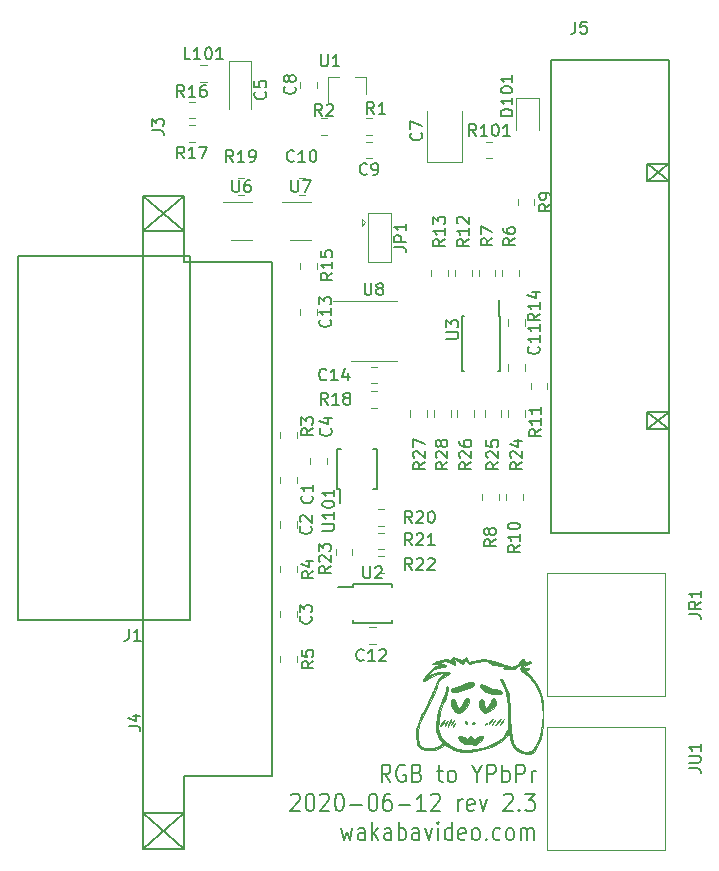
<source format=gbr>
%TF.GenerationSoftware,KiCad,Pcbnew,(5.1.5)-2*%
%TF.CreationDate,2020-06-12T06:49:41+12:00*%
%TF.ProjectId,RGB-to-component,5247422d-746f-42d6-936f-6d706f6e656e,rev?*%
%TF.SameCoordinates,Original*%
%TF.FileFunction,Legend,Top*%
%TF.FilePolarity,Positive*%
%FSLAX46Y46*%
G04 Gerber Fmt 4.6, Leading zero omitted, Abs format (unit mm)*
G04 Created by KiCad (PCBNEW (5.1.5)-2) date 2020-06-12 06:49:41*
%MOMM*%
%LPD*%
G04 APERTURE LIST*
%ADD10C,0.200000*%
%ADD11C,0.120000*%
%ADD12C,0.150000*%
%ADD13C,0.010000*%
G04 APERTURE END LIST*
D10*
X46427142Y-103128571D02*
X45993809Y-102414285D01*
X45684285Y-103128571D02*
X45684285Y-101628571D01*
X46179523Y-101628571D01*
X46303333Y-101700000D01*
X46365238Y-101771428D01*
X46427142Y-101914285D01*
X46427142Y-102128571D01*
X46365238Y-102271428D01*
X46303333Y-102342857D01*
X46179523Y-102414285D01*
X45684285Y-102414285D01*
X47665238Y-101700000D02*
X47541428Y-101628571D01*
X47355714Y-101628571D01*
X47170000Y-101700000D01*
X47046190Y-101842857D01*
X46984285Y-101985714D01*
X46922380Y-102271428D01*
X46922380Y-102485714D01*
X46984285Y-102771428D01*
X47046190Y-102914285D01*
X47170000Y-103057142D01*
X47355714Y-103128571D01*
X47479523Y-103128571D01*
X47665238Y-103057142D01*
X47727142Y-102985714D01*
X47727142Y-102485714D01*
X47479523Y-102485714D01*
X48717619Y-102342857D02*
X48903333Y-102414285D01*
X48965238Y-102485714D01*
X49027142Y-102628571D01*
X49027142Y-102842857D01*
X48965238Y-102985714D01*
X48903333Y-103057142D01*
X48779523Y-103128571D01*
X48284285Y-103128571D01*
X48284285Y-101628571D01*
X48717619Y-101628571D01*
X48841428Y-101700000D01*
X48903333Y-101771428D01*
X48965238Y-101914285D01*
X48965238Y-102057142D01*
X48903333Y-102200000D01*
X48841428Y-102271428D01*
X48717619Y-102342857D01*
X48284285Y-102342857D01*
X50389047Y-102128571D02*
X50884285Y-102128571D01*
X50574761Y-101628571D02*
X50574761Y-102914285D01*
X50636666Y-103057142D01*
X50760476Y-103128571D01*
X50884285Y-103128571D01*
X51503333Y-103128571D02*
X51379523Y-103057142D01*
X51317619Y-102985714D01*
X51255714Y-102842857D01*
X51255714Y-102414285D01*
X51317619Y-102271428D01*
X51379523Y-102200000D01*
X51503333Y-102128571D01*
X51689047Y-102128571D01*
X51812857Y-102200000D01*
X51874761Y-102271428D01*
X51936666Y-102414285D01*
X51936666Y-102842857D01*
X51874761Y-102985714D01*
X51812857Y-103057142D01*
X51689047Y-103128571D01*
X51503333Y-103128571D01*
X53731904Y-102414285D02*
X53731904Y-103128571D01*
X53298571Y-101628571D02*
X53731904Y-102414285D01*
X54165238Y-101628571D01*
X54598571Y-103128571D02*
X54598571Y-101628571D01*
X55093809Y-101628571D01*
X55217619Y-101700000D01*
X55279523Y-101771428D01*
X55341428Y-101914285D01*
X55341428Y-102128571D01*
X55279523Y-102271428D01*
X55217619Y-102342857D01*
X55093809Y-102414285D01*
X54598571Y-102414285D01*
X55898571Y-103128571D02*
X55898571Y-101628571D01*
X55898571Y-102200000D02*
X56022380Y-102128571D01*
X56270000Y-102128571D01*
X56393809Y-102200000D01*
X56455714Y-102271428D01*
X56517619Y-102414285D01*
X56517619Y-102842857D01*
X56455714Y-102985714D01*
X56393809Y-103057142D01*
X56270000Y-103128571D01*
X56022380Y-103128571D01*
X55898571Y-103057142D01*
X57074761Y-103128571D02*
X57074761Y-101628571D01*
X57570000Y-101628571D01*
X57693809Y-101700000D01*
X57755714Y-101771428D01*
X57817619Y-101914285D01*
X57817619Y-102128571D01*
X57755714Y-102271428D01*
X57693809Y-102342857D01*
X57570000Y-102414285D01*
X57074761Y-102414285D01*
X58374761Y-103128571D02*
X58374761Y-102128571D01*
X58374761Y-102414285D02*
X58436666Y-102271428D01*
X58498571Y-102200000D01*
X58622380Y-102128571D01*
X58746190Y-102128571D01*
X38008095Y-104221428D02*
X38070000Y-104150000D01*
X38193809Y-104078571D01*
X38503333Y-104078571D01*
X38627142Y-104150000D01*
X38689047Y-104221428D01*
X38750952Y-104364285D01*
X38750952Y-104507142D01*
X38689047Y-104721428D01*
X37946190Y-105578571D01*
X38750952Y-105578571D01*
X39555714Y-104078571D02*
X39679523Y-104078571D01*
X39803333Y-104150000D01*
X39865238Y-104221428D01*
X39927142Y-104364285D01*
X39989047Y-104650000D01*
X39989047Y-105007142D01*
X39927142Y-105292857D01*
X39865238Y-105435714D01*
X39803333Y-105507142D01*
X39679523Y-105578571D01*
X39555714Y-105578571D01*
X39431904Y-105507142D01*
X39370000Y-105435714D01*
X39308095Y-105292857D01*
X39246190Y-105007142D01*
X39246190Y-104650000D01*
X39308095Y-104364285D01*
X39370000Y-104221428D01*
X39431904Y-104150000D01*
X39555714Y-104078571D01*
X40484285Y-104221428D02*
X40546190Y-104150000D01*
X40670000Y-104078571D01*
X40979523Y-104078571D01*
X41103333Y-104150000D01*
X41165238Y-104221428D01*
X41227142Y-104364285D01*
X41227142Y-104507142D01*
X41165238Y-104721428D01*
X40422380Y-105578571D01*
X41227142Y-105578571D01*
X42031904Y-104078571D02*
X42155714Y-104078571D01*
X42279523Y-104150000D01*
X42341428Y-104221428D01*
X42403333Y-104364285D01*
X42465238Y-104650000D01*
X42465238Y-105007142D01*
X42403333Y-105292857D01*
X42341428Y-105435714D01*
X42279523Y-105507142D01*
X42155714Y-105578571D01*
X42031904Y-105578571D01*
X41908095Y-105507142D01*
X41846190Y-105435714D01*
X41784285Y-105292857D01*
X41722380Y-105007142D01*
X41722380Y-104650000D01*
X41784285Y-104364285D01*
X41846190Y-104221428D01*
X41908095Y-104150000D01*
X42031904Y-104078571D01*
X43022380Y-105007142D02*
X44012857Y-105007142D01*
X44879523Y-104078571D02*
X45003333Y-104078571D01*
X45127142Y-104150000D01*
X45189047Y-104221428D01*
X45250952Y-104364285D01*
X45312857Y-104650000D01*
X45312857Y-105007142D01*
X45250952Y-105292857D01*
X45189047Y-105435714D01*
X45127142Y-105507142D01*
X45003333Y-105578571D01*
X44879523Y-105578571D01*
X44755714Y-105507142D01*
X44693809Y-105435714D01*
X44631904Y-105292857D01*
X44570000Y-105007142D01*
X44570000Y-104650000D01*
X44631904Y-104364285D01*
X44693809Y-104221428D01*
X44755714Y-104150000D01*
X44879523Y-104078571D01*
X46427142Y-104078571D02*
X46179523Y-104078571D01*
X46055714Y-104150000D01*
X45993809Y-104221428D01*
X45870000Y-104435714D01*
X45808095Y-104721428D01*
X45808095Y-105292857D01*
X45870000Y-105435714D01*
X45931904Y-105507142D01*
X46055714Y-105578571D01*
X46303333Y-105578571D01*
X46427142Y-105507142D01*
X46489047Y-105435714D01*
X46550952Y-105292857D01*
X46550952Y-104935714D01*
X46489047Y-104792857D01*
X46427142Y-104721428D01*
X46303333Y-104650000D01*
X46055714Y-104650000D01*
X45931904Y-104721428D01*
X45870000Y-104792857D01*
X45808095Y-104935714D01*
X47108095Y-105007142D02*
X48098571Y-105007142D01*
X49398571Y-105578571D02*
X48655714Y-105578571D01*
X49027142Y-105578571D02*
X49027142Y-104078571D01*
X48903333Y-104292857D01*
X48779523Y-104435714D01*
X48655714Y-104507142D01*
X49893809Y-104221428D02*
X49955714Y-104150000D01*
X50079523Y-104078571D01*
X50389047Y-104078571D01*
X50512857Y-104150000D01*
X50574761Y-104221428D01*
X50636666Y-104364285D01*
X50636666Y-104507142D01*
X50574761Y-104721428D01*
X49831904Y-105578571D01*
X50636666Y-105578571D01*
X52184285Y-105578571D02*
X52184285Y-104578571D01*
X52184285Y-104864285D02*
X52246190Y-104721428D01*
X52308095Y-104650000D01*
X52431904Y-104578571D01*
X52555714Y-104578571D01*
X53484285Y-105507142D02*
X53360476Y-105578571D01*
X53112857Y-105578571D01*
X52989047Y-105507142D01*
X52927142Y-105364285D01*
X52927142Y-104792857D01*
X52989047Y-104650000D01*
X53112857Y-104578571D01*
X53360476Y-104578571D01*
X53484285Y-104650000D01*
X53546190Y-104792857D01*
X53546190Y-104935714D01*
X52927142Y-105078571D01*
X53979523Y-104578571D02*
X54289047Y-105578571D01*
X54598571Y-104578571D01*
X56022380Y-104221428D02*
X56084285Y-104150000D01*
X56208095Y-104078571D01*
X56517619Y-104078571D01*
X56641428Y-104150000D01*
X56703333Y-104221428D01*
X56765238Y-104364285D01*
X56765238Y-104507142D01*
X56703333Y-104721428D01*
X55960476Y-105578571D01*
X56765238Y-105578571D01*
X57322380Y-105435714D02*
X57384285Y-105507142D01*
X57322380Y-105578571D01*
X57260476Y-105507142D01*
X57322380Y-105435714D01*
X57322380Y-105578571D01*
X57817619Y-104078571D02*
X58622380Y-104078571D01*
X58189047Y-104650000D01*
X58374761Y-104650000D01*
X58498571Y-104721428D01*
X58560476Y-104792857D01*
X58622380Y-104935714D01*
X58622380Y-105292857D01*
X58560476Y-105435714D01*
X58498571Y-105507142D01*
X58374761Y-105578571D01*
X58003333Y-105578571D01*
X57879523Y-105507142D01*
X57817619Y-105435714D01*
X42217619Y-107028571D02*
X42465238Y-108028571D01*
X42712857Y-107314285D01*
X42960476Y-108028571D01*
X43208095Y-107028571D01*
X44260476Y-108028571D02*
X44260476Y-107242857D01*
X44198571Y-107100000D01*
X44074761Y-107028571D01*
X43827142Y-107028571D01*
X43703333Y-107100000D01*
X44260476Y-107957142D02*
X44136666Y-108028571D01*
X43827142Y-108028571D01*
X43703333Y-107957142D01*
X43641428Y-107814285D01*
X43641428Y-107671428D01*
X43703333Y-107528571D01*
X43827142Y-107457142D01*
X44136666Y-107457142D01*
X44260476Y-107385714D01*
X44879523Y-108028571D02*
X44879523Y-106528571D01*
X45003333Y-107457142D02*
X45374761Y-108028571D01*
X45374761Y-107028571D02*
X44879523Y-107600000D01*
X46489047Y-108028571D02*
X46489047Y-107242857D01*
X46427142Y-107100000D01*
X46303333Y-107028571D01*
X46055714Y-107028571D01*
X45931904Y-107100000D01*
X46489047Y-107957142D02*
X46365238Y-108028571D01*
X46055714Y-108028571D01*
X45931904Y-107957142D01*
X45870000Y-107814285D01*
X45870000Y-107671428D01*
X45931904Y-107528571D01*
X46055714Y-107457142D01*
X46365238Y-107457142D01*
X46489047Y-107385714D01*
X47108095Y-108028571D02*
X47108095Y-106528571D01*
X47108095Y-107100000D02*
X47231904Y-107028571D01*
X47479523Y-107028571D01*
X47603333Y-107100000D01*
X47665238Y-107171428D01*
X47727142Y-107314285D01*
X47727142Y-107742857D01*
X47665238Y-107885714D01*
X47603333Y-107957142D01*
X47479523Y-108028571D01*
X47231904Y-108028571D01*
X47108095Y-107957142D01*
X48841428Y-108028571D02*
X48841428Y-107242857D01*
X48779523Y-107100000D01*
X48655714Y-107028571D01*
X48408095Y-107028571D01*
X48284285Y-107100000D01*
X48841428Y-107957142D02*
X48717619Y-108028571D01*
X48408095Y-108028571D01*
X48284285Y-107957142D01*
X48222380Y-107814285D01*
X48222380Y-107671428D01*
X48284285Y-107528571D01*
X48408095Y-107457142D01*
X48717619Y-107457142D01*
X48841428Y-107385714D01*
X49336666Y-107028571D02*
X49646190Y-108028571D01*
X49955714Y-107028571D01*
X50450952Y-108028571D02*
X50450952Y-107028571D01*
X50450952Y-106528571D02*
X50389047Y-106600000D01*
X50450952Y-106671428D01*
X50512857Y-106600000D01*
X50450952Y-106528571D01*
X50450952Y-106671428D01*
X51627142Y-108028571D02*
X51627142Y-106528571D01*
X51627142Y-107957142D02*
X51503333Y-108028571D01*
X51255714Y-108028571D01*
X51131904Y-107957142D01*
X51070000Y-107885714D01*
X51008095Y-107742857D01*
X51008095Y-107314285D01*
X51070000Y-107171428D01*
X51131904Y-107100000D01*
X51255714Y-107028571D01*
X51503333Y-107028571D01*
X51627142Y-107100000D01*
X52741428Y-107957142D02*
X52617619Y-108028571D01*
X52370000Y-108028571D01*
X52246190Y-107957142D01*
X52184285Y-107814285D01*
X52184285Y-107242857D01*
X52246190Y-107100000D01*
X52370000Y-107028571D01*
X52617619Y-107028571D01*
X52741428Y-107100000D01*
X52803333Y-107242857D01*
X52803333Y-107385714D01*
X52184285Y-107528571D01*
X53546190Y-108028571D02*
X53422380Y-107957142D01*
X53360476Y-107885714D01*
X53298571Y-107742857D01*
X53298571Y-107314285D01*
X53360476Y-107171428D01*
X53422380Y-107100000D01*
X53546190Y-107028571D01*
X53731904Y-107028571D01*
X53855714Y-107100000D01*
X53917619Y-107171428D01*
X53979523Y-107314285D01*
X53979523Y-107742857D01*
X53917619Y-107885714D01*
X53855714Y-107957142D01*
X53731904Y-108028571D01*
X53546190Y-108028571D01*
X54536666Y-107885714D02*
X54598571Y-107957142D01*
X54536666Y-108028571D01*
X54474761Y-107957142D01*
X54536666Y-107885714D01*
X54536666Y-108028571D01*
X55712857Y-107957142D02*
X55589047Y-108028571D01*
X55341428Y-108028571D01*
X55217619Y-107957142D01*
X55155714Y-107885714D01*
X55093809Y-107742857D01*
X55093809Y-107314285D01*
X55155714Y-107171428D01*
X55217619Y-107100000D01*
X55341428Y-107028571D01*
X55589047Y-107028571D01*
X55712857Y-107100000D01*
X56455714Y-108028571D02*
X56331904Y-107957142D01*
X56270000Y-107885714D01*
X56208095Y-107742857D01*
X56208095Y-107314285D01*
X56270000Y-107171428D01*
X56331904Y-107100000D01*
X56455714Y-107028571D01*
X56641428Y-107028571D01*
X56765238Y-107100000D01*
X56827142Y-107171428D01*
X56889047Y-107314285D01*
X56889047Y-107742857D01*
X56827142Y-107885714D01*
X56765238Y-107957142D01*
X56641428Y-108028571D01*
X56455714Y-108028571D01*
X57446190Y-108028571D02*
X57446190Y-107028571D01*
X57446190Y-107171428D02*
X57508095Y-107100000D01*
X57631904Y-107028571D01*
X57817619Y-107028571D01*
X57941428Y-107100000D01*
X58003333Y-107242857D01*
X58003333Y-108028571D01*
X58003333Y-107242857D02*
X58065238Y-107100000D01*
X58189047Y-107028571D01*
X58374761Y-107028571D01*
X58498571Y-107100000D01*
X58560476Y-107242857D01*
X58560476Y-108028571D01*
D11*
X30338748Y-43810000D02*
X30861252Y-43810000D01*
X30338748Y-42390000D02*
X30861252Y-42390000D01*
X54538748Y-50310000D02*
X55061252Y-50310000D01*
X54538748Y-48890000D02*
X55061252Y-48890000D01*
X58290000Y-69338748D02*
X58290000Y-69861252D01*
X59710000Y-69338748D02*
X59710000Y-69861252D01*
X57040000Y-45215000D02*
X57040000Y-47900000D01*
X58960000Y-45215000D02*
X57040000Y-45215000D01*
X58960000Y-47900000D02*
X58960000Y-45215000D01*
X51890000Y-59738748D02*
X51890000Y-60261252D01*
X53310000Y-59738748D02*
X53310000Y-60261252D01*
D12*
X42150000Y-78275000D02*
X42150000Y-79500000D01*
X45275000Y-78275000D02*
X45275000Y-74925000D01*
X41925000Y-78275000D02*
X41925000Y-74925000D01*
X45275000Y-78275000D02*
X44975000Y-78275000D01*
X45275000Y-74925000D02*
X44975000Y-74925000D01*
X41925000Y-74925000D02*
X42225000Y-74925000D01*
X41925000Y-78275000D02*
X42150000Y-78275000D01*
D11*
X32765000Y-42015000D02*
X32765000Y-46100000D01*
X34635000Y-42015000D02*
X32765000Y-42015000D01*
X34635000Y-46100000D02*
X34635000Y-42015000D01*
X52510000Y-50635000D02*
X52510000Y-46250000D01*
X49490000Y-50635000D02*
X52510000Y-50635000D01*
X49490000Y-46250000D02*
X49490000Y-50635000D01*
X39700000Y-53990000D02*
X37250000Y-53990000D01*
X37900000Y-57210000D02*
X39700000Y-57210000D01*
X34700000Y-53990000D02*
X32250000Y-53990000D01*
X32900000Y-57210000D02*
X34700000Y-57210000D01*
D12*
X43225000Y-86550000D02*
X42000000Y-86550000D01*
X43225000Y-89675000D02*
X46575000Y-89675000D01*
X43225000Y-86325000D02*
X46575000Y-86325000D01*
X43225000Y-89675000D02*
X43225000Y-89375000D01*
X46575000Y-89675000D02*
X46575000Y-89375000D01*
X46575000Y-86325000D02*
X46575000Y-86625000D01*
X43225000Y-86325000D02*
X43225000Y-86550000D01*
D11*
X57610000Y-79261252D02*
X57610000Y-78738748D01*
X56190000Y-79261252D02*
X56190000Y-78738748D01*
X57190000Y-53738748D02*
X57190000Y-54261252D01*
X58610000Y-53738748D02*
X58610000Y-54261252D01*
X55610000Y-79261252D02*
X55610000Y-78738748D01*
X54190000Y-79261252D02*
X54190000Y-78738748D01*
D13*
G36*
X52899334Y-92604484D02*
G01*
X52944447Y-92721512D01*
X53008691Y-92822524D01*
X53088475Y-92910076D01*
X53185612Y-92927480D01*
X53356537Y-92875772D01*
X53470645Y-92830999D01*
X53839344Y-92737396D01*
X54282480Y-92728687D01*
X54820845Y-92806805D01*
X55475228Y-92973685D01*
X55682855Y-93036825D01*
X56143707Y-93180918D01*
X56473757Y-93276618D01*
X56704691Y-93323190D01*
X56868197Y-93319898D01*
X56995960Y-93266009D01*
X57119666Y-93160787D01*
X57271003Y-93003498D01*
X57274427Y-92999922D01*
X57499966Y-92770356D01*
X57634873Y-92655627D01*
X57701952Y-92644848D01*
X57724009Y-92727135D01*
X57725334Y-92784676D01*
X57751028Y-92892418D01*
X57859400Y-92920257D01*
X58010903Y-92902345D01*
X58231758Y-92895234D01*
X58354044Y-92949172D01*
X58354566Y-92950002D01*
X58340225Y-93028136D01*
X58259497Y-93044420D01*
X58096414Y-93096041D01*
X57890920Y-93222744D01*
X57852334Y-93253042D01*
X57598334Y-93461243D01*
X57920830Y-93464288D01*
X58124185Y-93485228D01*
X58196286Y-93536652D01*
X58191000Y-93552000D01*
X58072986Y-93620282D01*
X57953170Y-93636895D01*
X57863349Y-93650574D01*
X57870404Y-93707697D01*
X57987209Y-93832892D01*
X58119169Y-93954395D01*
X58596816Y-94481520D01*
X58962079Y-95107455D01*
X59177116Y-95672906D01*
X59260163Y-95963925D01*
X59316230Y-96238356D01*
X59350093Y-96541141D01*
X59366527Y-96917217D01*
X59370307Y-97411524D01*
X59370111Y-97489000D01*
X59346052Y-98246868D01*
X59274011Y-98875177D01*
X59145865Y-99408941D01*
X58953495Y-99883177D01*
X58722049Y-100283000D01*
X58554563Y-100522212D01*
X58418423Y-100652208D01*
X58259288Y-100709823D01*
X58063346Y-100729524D01*
X57588660Y-100677596D01*
X57325237Y-100573534D01*
X56974076Y-100323867D01*
X56718422Y-99964554D01*
X56542739Y-99472973D01*
X56528386Y-99413140D01*
X56428632Y-98980982D01*
X56185023Y-99287524D01*
X55856819Y-99628483D01*
X55454593Y-99900193D01*
X54931611Y-100133962D01*
X54908971Y-100142427D01*
X54012197Y-100416885D01*
X53189818Y-100546786D01*
X52445390Y-100532206D01*
X51782469Y-100373222D01*
X51204613Y-100069911D01*
X51194357Y-100062664D01*
X51031763Y-99962182D01*
X50934238Y-99965124D01*
X50861857Y-100035598D01*
X50601643Y-100232570D01*
X50235698Y-100360951D01*
X49815983Y-100413853D01*
X49394460Y-100384387D01*
X49045178Y-100276460D01*
X48867328Y-100177041D01*
X48751967Y-100056079D01*
X48680066Y-99872818D01*
X48632597Y-99586503D01*
X48608366Y-99351593D01*
X48753669Y-99351593D01*
X48761480Y-99582727D01*
X48799792Y-99738855D01*
X48877000Y-99866863D01*
X48936376Y-99939123D01*
X49116068Y-100099565D01*
X49344416Y-100186074D01*
X49576557Y-100219537D01*
X49990560Y-100234300D01*
X50302930Y-100177276D01*
X50570652Y-100035962D01*
X50635867Y-99987115D01*
X50855247Y-99814550D01*
X50614815Y-99551312D01*
X50424711Y-99229213D01*
X50316881Y-98790861D01*
X50290129Y-98267333D01*
X50343264Y-97689708D01*
X50475090Y-97089067D01*
X50684415Y-96496487D01*
X50736666Y-96379093D01*
X50887684Y-96022497D01*
X51011698Y-95674949D01*
X51086632Y-95399790D01*
X51094915Y-95351166D01*
X51142844Y-95131603D01*
X51205032Y-95004223D01*
X51229302Y-94991333D01*
X51285579Y-95063881D01*
X51283665Y-95259321D01*
X51230752Y-95544341D01*
X51134036Y-95885632D01*
X51000709Y-96249885D01*
X50915035Y-96446532D01*
X50656037Y-97145577D01*
X50511598Y-97858557D01*
X50489856Y-98537071D01*
X50519263Y-98800081D01*
X50577426Y-99073375D01*
X50670207Y-99278348D01*
X50834306Y-99477832D01*
X51018202Y-99654237D01*
X51571259Y-100062661D01*
X52169665Y-100308960D01*
X52822958Y-100396511D01*
X53091685Y-100388571D01*
X53583564Y-100321176D01*
X54135137Y-100193750D01*
X54686927Y-100024217D01*
X55179457Y-99830506D01*
X55506027Y-99660887D01*
X55764889Y-99454572D01*
X56022674Y-99177286D01*
X56138715Y-99018537D01*
X56408377Y-98600741D01*
X56385431Y-97367537D01*
X56360042Y-96673557D01*
X56308201Y-96113854D01*
X56223275Y-95654537D01*
X56098633Y-95261713D01*
X55927642Y-94901491D01*
X55889832Y-94834740D01*
X55765573Y-94577913D01*
X55740632Y-94415691D01*
X55756097Y-94386703D01*
X55833119Y-94415499D01*
X55962030Y-94588743D01*
X56133185Y-94893124D01*
X56157882Y-94941330D01*
X56479890Y-95575735D01*
X56548711Y-97209701D01*
X56579802Y-97903612D01*
X56609652Y-98451631D01*
X56641007Y-98877151D01*
X56676615Y-99203568D01*
X56719222Y-99454274D01*
X56771575Y-99652663D01*
X56836421Y-99822131D01*
X56861987Y-99877707D01*
X57069696Y-100167650D01*
X57359879Y-100387765D01*
X57691657Y-100525036D01*
X58024153Y-100566445D01*
X58316488Y-100498979D01*
X58467248Y-100388833D01*
X58753750Y-99981418D01*
X58986618Y-99445907D01*
X59160407Y-98816534D01*
X59269675Y-98127533D01*
X59308981Y-97413138D01*
X59272881Y-96707583D01*
X59157084Y-96049666D01*
X59045749Y-95671743D01*
X58909694Y-95303921D01*
X58767712Y-94989885D01*
X58638598Y-94773319D01*
X58582150Y-94713251D01*
X58445012Y-94564770D01*
X58319797Y-94368040D01*
X58175290Y-94173772D01*
X58013528Y-94056905D01*
X57830353Y-93953341D01*
X57619445Y-93790057D01*
X57592132Y-93765334D01*
X57440912Y-93605190D01*
X57406369Y-93487925D01*
X57453901Y-93379117D01*
X57549527Y-93188148D01*
X57530836Y-93117189D01*
X57407055Y-93170447D01*
X57256721Y-93289229D01*
X57060623Y-93441909D01*
X56874324Y-93520918D01*
X56626878Y-93549432D01*
X56452387Y-93552000D01*
X56183002Y-93539079D01*
X56000497Y-93505363D01*
X55947334Y-93467333D01*
X56014819Y-93383068D01*
X56053167Y-93374227D01*
X56102653Y-93353981D01*
X56025154Y-93319592D01*
X55861397Y-93280311D01*
X55652107Y-93245386D01*
X55438009Y-93224065D01*
X55381881Y-93221772D01*
X55124745Y-93186058D01*
X54928515Y-93107616D01*
X54897571Y-93082808D01*
X54608568Y-92894060D01*
X54241246Y-92834855D01*
X53784355Y-92904978D01*
X53349528Y-93052942D01*
X53156259Y-93115115D01*
X53034183Y-93084183D01*
X52916619Y-92959654D01*
X52753181Y-92757817D01*
X52655741Y-92939887D01*
X52558300Y-93121957D01*
X52251335Y-92913645D01*
X52005763Y-92760303D01*
X51874787Y-92717532D01*
X51844741Y-92785347D01*
X51882194Y-92914002D01*
X51921269Y-93101465D01*
X51849733Y-93161950D01*
X51670254Y-93094338D01*
X51581718Y-93039737D01*
X51318771Y-92926964D01*
X51012516Y-92878585D01*
X50738351Y-92902024D01*
X50631739Y-92946166D01*
X50617942Y-93012092D01*
X50766747Y-93093081D01*
X50861766Y-93126829D01*
X51085758Y-93223889D01*
X51143904Y-93305312D01*
X51039584Y-93361452D01*
X50776178Y-93382663D01*
X50772104Y-93382666D01*
X50422607Y-93421155D01*
X50121888Y-93555537D01*
X49830167Y-93789852D01*
X49651675Y-93974373D01*
X49613014Y-94063540D01*
X49713481Y-94056469D01*
X49952377Y-93952276D01*
X49957167Y-93949891D01*
X50202878Y-93861972D01*
X50509862Y-93799413D01*
X50832338Y-93765139D01*
X51124525Y-93762078D01*
X51340641Y-93793153D01*
X51433336Y-93855555D01*
X51382846Y-93941727D01*
X51218846Y-94053598D01*
X51117589Y-94104021D01*
X50735831Y-94344289D01*
X50482970Y-94675940D01*
X50357053Y-95023553D01*
X50291635Y-95209191D01*
X50162617Y-95514647D01*
X49983913Y-95909190D01*
X49769435Y-96362086D01*
X49537168Y-96834484D01*
X49283345Y-97343603D01*
X49095465Y-97731584D01*
X48962902Y-98028324D01*
X48875031Y-98263717D01*
X48821224Y-98467661D01*
X48790855Y-98670049D01*
X48773299Y-98900778D01*
X48767962Y-98998568D01*
X48753669Y-99351593D01*
X48608366Y-99351593D01*
X48606952Y-99337893D01*
X48591936Y-98967543D01*
X48626484Y-98613255D01*
X48720611Y-98238910D01*
X48884333Y-97808389D01*
X49127667Y-97285571D01*
X49236209Y-97068746D01*
X49503007Y-96541987D01*
X49704482Y-96140786D01*
X49852244Y-95839854D01*
X49957900Y-95613898D01*
X50033060Y-95437629D01*
X50089331Y-95285755D01*
X50138323Y-95132987D01*
X50163974Y-95047498D01*
X50326144Y-94608241D01*
X50523732Y-94296832D01*
X50783902Y-94071990D01*
X50821377Y-94048403D01*
X51079000Y-93891299D01*
X50782667Y-93892842D01*
X50421803Y-93954056D01*
X50003947Y-94118918D01*
X49584210Y-94364159D01*
X49469796Y-94447150D01*
X49272471Y-94572923D01*
X49181177Y-94572425D01*
X49196139Y-94451587D01*
X49317581Y-94216344D01*
X49453148Y-94005744D01*
X49820263Y-93597866D01*
X50151648Y-93382838D01*
X50571000Y-93171343D01*
X50274667Y-93122567D01*
X49978334Y-93073792D01*
X50401667Y-92882055D01*
X50787842Y-92748101D01*
X51152688Y-92721955D01*
X51219456Y-92726989D01*
X51461599Y-92738972D01*
X51566951Y-92711086D01*
X51570231Y-92649830D01*
X51594304Y-92560046D01*
X51742113Y-92539778D01*
X51983359Y-92588212D01*
X52201889Y-92666828D01*
X52409703Y-92744309D01*
X52523931Y-92747652D01*
X52603228Y-92676856D01*
X52610670Y-92666828D01*
X52732798Y-92562261D01*
X52850477Y-92539101D01*
X52899334Y-92604484D01*
G37*
X52899334Y-92604484D02*
X52944447Y-92721512D01*
X53008691Y-92822524D01*
X53088475Y-92910076D01*
X53185612Y-92927480D01*
X53356537Y-92875772D01*
X53470645Y-92830999D01*
X53839344Y-92737396D01*
X54282480Y-92728687D01*
X54820845Y-92806805D01*
X55475228Y-92973685D01*
X55682855Y-93036825D01*
X56143707Y-93180918D01*
X56473757Y-93276618D01*
X56704691Y-93323190D01*
X56868197Y-93319898D01*
X56995960Y-93266009D01*
X57119666Y-93160787D01*
X57271003Y-93003498D01*
X57274427Y-92999922D01*
X57499966Y-92770356D01*
X57634873Y-92655627D01*
X57701952Y-92644848D01*
X57724009Y-92727135D01*
X57725334Y-92784676D01*
X57751028Y-92892418D01*
X57859400Y-92920257D01*
X58010903Y-92902345D01*
X58231758Y-92895234D01*
X58354044Y-92949172D01*
X58354566Y-92950002D01*
X58340225Y-93028136D01*
X58259497Y-93044420D01*
X58096414Y-93096041D01*
X57890920Y-93222744D01*
X57852334Y-93253042D01*
X57598334Y-93461243D01*
X57920830Y-93464288D01*
X58124185Y-93485228D01*
X58196286Y-93536652D01*
X58191000Y-93552000D01*
X58072986Y-93620282D01*
X57953170Y-93636895D01*
X57863349Y-93650574D01*
X57870404Y-93707697D01*
X57987209Y-93832892D01*
X58119169Y-93954395D01*
X58596816Y-94481520D01*
X58962079Y-95107455D01*
X59177116Y-95672906D01*
X59260163Y-95963925D01*
X59316230Y-96238356D01*
X59350093Y-96541141D01*
X59366527Y-96917217D01*
X59370307Y-97411524D01*
X59370111Y-97489000D01*
X59346052Y-98246868D01*
X59274011Y-98875177D01*
X59145865Y-99408941D01*
X58953495Y-99883177D01*
X58722049Y-100283000D01*
X58554563Y-100522212D01*
X58418423Y-100652208D01*
X58259288Y-100709823D01*
X58063346Y-100729524D01*
X57588660Y-100677596D01*
X57325237Y-100573534D01*
X56974076Y-100323867D01*
X56718422Y-99964554D01*
X56542739Y-99472973D01*
X56528386Y-99413140D01*
X56428632Y-98980982D01*
X56185023Y-99287524D01*
X55856819Y-99628483D01*
X55454593Y-99900193D01*
X54931611Y-100133962D01*
X54908971Y-100142427D01*
X54012197Y-100416885D01*
X53189818Y-100546786D01*
X52445390Y-100532206D01*
X51782469Y-100373222D01*
X51204613Y-100069911D01*
X51194357Y-100062664D01*
X51031763Y-99962182D01*
X50934238Y-99965124D01*
X50861857Y-100035598D01*
X50601643Y-100232570D01*
X50235698Y-100360951D01*
X49815983Y-100413853D01*
X49394460Y-100384387D01*
X49045178Y-100276460D01*
X48867328Y-100177041D01*
X48751967Y-100056079D01*
X48680066Y-99872818D01*
X48632597Y-99586503D01*
X48608366Y-99351593D01*
X48753669Y-99351593D01*
X48761480Y-99582727D01*
X48799792Y-99738855D01*
X48877000Y-99866863D01*
X48936376Y-99939123D01*
X49116068Y-100099565D01*
X49344416Y-100186074D01*
X49576557Y-100219537D01*
X49990560Y-100234300D01*
X50302930Y-100177276D01*
X50570652Y-100035962D01*
X50635867Y-99987115D01*
X50855247Y-99814550D01*
X50614815Y-99551312D01*
X50424711Y-99229213D01*
X50316881Y-98790861D01*
X50290129Y-98267333D01*
X50343264Y-97689708D01*
X50475090Y-97089067D01*
X50684415Y-96496487D01*
X50736666Y-96379093D01*
X50887684Y-96022497D01*
X51011698Y-95674949D01*
X51086632Y-95399790D01*
X51094915Y-95351166D01*
X51142844Y-95131603D01*
X51205032Y-95004223D01*
X51229302Y-94991333D01*
X51285579Y-95063881D01*
X51283665Y-95259321D01*
X51230752Y-95544341D01*
X51134036Y-95885632D01*
X51000709Y-96249885D01*
X50915035Y-96446532D01*
X50656037Y-97145577D01*
X50511598Y-97858557D01*
X50489856Y-98537071D01*
X50519263Y-98800081D01*
X50577426Y-99073375D01*
X50670207Y-99278348D01*
X50834306Y-99477832D01*
X51018202Y-99654237D01*
X51571259Y-100062661D01*
X52169665Y-100308960D01*
X52822958Y-100396511D01*
X53091685Y-100388571D01*
X53583564Y-100321176D01*
X54135137Y-100193750D01*
X54686927Y-100024217D01*
X55179457Y-99830506D01*
X55506027Y-99660887D01*
X55764889Y-99454572D01*
X56022674Y-99177286D01*
X56138715Y-99018537D01*
X56408377Y-98600741D01*
X56385431Y-97367537D01*
X56360042Y-96673557D01*
X56308201Y-96113854D01*
X56223275Y-95654537D01*
X56098633Y-95261713D01*
X55927642Y-94901491D01*
X55889832Y-94834740D01*
X55765573Y-94577913D01*
X55740632Y-94415691D01*
X55756097Y-94386703D01*
X55833119Y-94415499D01*
X55962030Y-94588743D01*
X56133185Y-94893124D01*
X56157882Y-94941330D01*
X56479890Y-95575735D01*
X56548711Y-97209701D01*
X56579802Y-97903612D01*
X56609652Y-98451631D01*
X56641007Y-98877151D01*
X56676615Y-99203568D01*
X56719222Y-99454274D01*
X56771575Y-99652663D01*
X56836421Y-99822131D01*
X56861987Y-99877707D01*
X57069696Y-100167650D01*
X57359879Y-100387765D01*
X57691657Y-100525036D01*
X58024153Y-100566445D01*
X58316488Y-100498979D01*
X58467248Y-100388833D01*
X58753750Y-99981418D01*
X58986618Y-99445907D01*
X59160407Y-98816534D01*
X59269675Y-98127533D01*
X59308981Y-97413138D01*
X59272881Y-96707583D01*
X59157084Y-96049666D01*
X59045749Y-95671743D01*
X58909694Y-95303921D01*
X58767712Y-94989885D01*
X58638598Y-94773319D01*
X58582150Y-94713251D01*
X58445012Y-94564770D01*
X58319797Y-94368040D01*
X58175290Y-94173772D01*
X58013528Y-94056905D01*
X57830353Y-93953341D01*
X57619445Y-93790057D01*
X57592132Y-93765334D01*
X57440912Y-93605190D01*
X57406369Y-93487925D01*
X57453901Y-93379117D01*
X57549527Y-93188148D01*
X57530836Y-93117189D01*
X57407055Y-93170447D01*
X57256721Y-93289229D01*
X57060623Y-93441909D01*
X56874324Y-93520918D01*
X56626878Y-93549432D01*
X56452387Y-93552000D01*
X56183002Y-93539079D01*
X56000497Y-93505363D01*
X55947334Y-93467333D01*
X56014819Y-93383068D01*
X56053167Y-93374227D01*
X56102653Y-93353981D01*
X56025154Y-93319592D01*
X55861397Y-93280311D01*
X55652107Y-93245386D01*
X55438009Y-93224065D01*
X55381881Y-93221772D01*
X55124745Y-93186058D01*
X54928515Y-93107616D01*
X54897571Y-93082808D01*
X54608568Y-92894060D01*
X54241246Y-92834855D01*
X53784355Y-92904978D01*
X53349528Y-93052942D01*
X53156259Y-93115115D01*
X53034183Y-93084183D01*
X52916619Y-92959654D01*
X52753181Y-92757817D01*
X52655741Y-92939887D01*
X52558300Y-93121957D01*
X52251335Y-92913645D01*
X52005763Y-92760303D01*
X51874787Y-92717532D01*
X51844741Y-92785347D01*
X51882194Y-92914002D01*
X51921269Y-93101465D01*
X51849733Y-93161950D01*
X51670254Y-93094338D01*
X51581718Y-93039737D01*
X51318771Y-92926964D01*
X51012516Y-92878585D01*
X50738351Y-92902024D01*
X50631739Y-92946166D01*
X50617942Y-93012092D01*
X50766747Y-93093081D01*
X50861766Y-93126829D01*
X51085758Y-93223889D01*
X51143904Y-93305312D01*
X51039584Y-93361452D01*
X50776178Y-93382663D01*
X50772104Y-93382666D01*
X50422607Y-93421155D01*
X50121888Y-93555537D01*
X49830167Y-93789852D01*
X49651675Y-93974373D01*
X49613014Y-94063540D01*
X49713481Y-94056469D01*
X49952377Y-93952276D01*
X49957167Y-93949891D01*
X50202878Y-93861972D01*
X50509862Y-93799413D01*
X50832338Y-93765139D01*
X51124525Y-93762078D01*
X51340641Y-93793153D01*
X51433336Y-93855555D01*
X51382846Y-93941727D01*
X51218846Y-94053598D01*
X51117589Y-94104021D01*
X50735831Y-94344289D01*
X50482970Y-94675940D01*
X50357053Y-95023553D01*
X50291635Y-95209191D01*
X50162617Y-95514647D01*
X49983913Y-95909190D01*
X49769435Y-96362086D01*
X49537168Y-96834484D01*
X49283345Y-97343603D01*
X49095465Y-97731584D01*
X48962902Y-98028324D01*
X48875031Y-98263717D01*
X48821224Y-98467661D01*
X48790855Y-98670049D01*
X48773299Y-98900778D01*
X48767962Y-98998568D01*
X48753669Y-99351593D01*
X48608366Y-99351593D01*
X48606952Y-99337893D01*
X48591936Y-98967543D01*
X48626484Y-98613255D01*
X48720611Y-98238910D01*
X48884333Y-97808389D01*
X49127667Y-97285571D01*
X49236209Y-97068746D01*
X49503007Y-96541987D01*
X49704482Y-96140786D01*
X49852244Y-95839854D01*
X49957900Y-95613898D01*
X50033060Y-95437629D01*
X50089331Y-95285755D01*
X50138323Y-95132987D01*
X50163974Y-95047498D01*
X50326144Y-94608241D01*
X50523732Y-94296832D01*
X50783902Y-94071990D01*
X50821377Y-94048403D01*
X51079000Y-93891299D01*
X50782667Y-93892842D01*
X50421803Y-93954056D01*
X50003947Y-94118918D01*
X49584210Y-94364159D01*
X49469796Y-94447150D01*
X49272471Y-94572923D01*
X49181177Y-94572425D01*
X49196139Y-94451587D01*
X49317581Y-94216344D01*
X49453148Y-94005744D01*
X49820263Y-93597866D01*
X50151648Y-93382838D01*
X50571000Y-93171343D01*
X50274667Y-93122567D01*
X49978334Y-93073792D01*
X50401667Y-92882055D01*
X50787842Y-92748101D01*
X51152688Y-92721955D01*
X51219456Y-92726989D01*
X51461599Y-92738972D01*
X51566951Y-92711086D01*
X51570231Y-92649830D01*
X51594304Y-92560046D01*
X51742113Y-92539778D01*
X51983359Y-92588212D01*
X52201889Y-92666828D01*
X52409703Y-92744309D01*
X52523931Y-92747652D01*
X52603228Y-92676856D01*
X52610670Y-92666828D01*
X52732798Y-92562261D01*
X52850477Y-92539101D01*
X52899334Y-92604484D01*
G36*
X52407955Y-99187219D02*
G01*
X52596496Y-99289485D01*
X52613578Y-99302527D01*
X52778312Y-99415840D01*
X52886252Y-99422880D01*
X52982567Y-99352963D01*
X53189879Y-99234858D01*
X53370553Y-99283261D01*
X53454676Y-99372833D01*
X53538117Y-99462355D01*
X53624932Y-99449487D01*
X53771741Y-99324915D01*
X53777202Y-99319788D01*
X53964489Y-99198648D01*
X54135774Y-99172085D01*
X54241260Y-99241776D01*
X54254000Y-99303730D01*
X54194660Y-99438184D01*
X54048787Y-99622751D01*
X53864602Y-99807998D01*
X53690326Y-99944492D01*
X53589063Y-99985370D01*
X53392821Y-99939696D01*
X53326654Y-99906256D01*
X53156375Y-99864127D01*
X52967376Y-99875691D01*
X52754421Y-99866197D01*
X52537331Y-99776628D01*
X52345239Y-99636059D01*
X52207280Y-99473564D01*
X52152586Y-99318220D01*
X52210290Y-99199101D01*
X52261844Y-99171572D01*
X52407955Y-99187219D01*
G37*
X52407955Y-99187219D02*
X52596496Y-99289485D01*
X52613578Y-99302527D01*
X52778312Y-99415840D01*
X52886252Y-99422880D01*
X52982567Y-99352963D01*
X53189879Y-99234858D01*
X53370553Y-99283261D01*
X53454676Y-99372833D01*
X53538117Y-99462355D01*
X53624932Y-99449487D01*
X53771741Y-99324915D01*
X53777202Y-99319788D01*
X53964489Y-99198648D01*
X54135774Y-99172085D01*
X54241260Y-99241776D01*
X54254000Y-99303730D01*
X54194660Y-99438184D01*
X54048787Y-99622751D01*
X53864602Y-99807998D01*
X53690326Y-99944492D01*
X53589063Y-99985370D01*
X53392821Y-99939696D01*
X53326654Y-99906256D01*
X53156375Y-99864127D01*
X52967376Y-99875691D01*
X52754421Y-99866197D01*
X52537331Y-99776628D01*
X52345239Y-99636059D01*
X52207280Y-99473564D01*
X52152586Y-99318220D01*
X52210290Y-99199101D01*
X52261844Y-99171572D01*
X52407955Y-99187219D01*
G36*
X51572368Y-97852017D02*
G01*
X51510002Y-98019796D01*
X51460000Y-98124000D01*
X51329906Y-98361260D01*
X51261391Y-98450773D01*
X51260947Y-98392480D01*
X51335068Y-98186326D01*
X51360454Y-98124861D01*
X51460703Y-97918491D01*
X51545250Y-97798477D01*
X51567554Y-97786194D01*
X51572368Y-97852017D01*
G37*
X51572368Y-97852017D02*
X51510002Y-98019796D01*
X51460000Y-98124000D01*
X51329906Y-98361260D01*
X51261391Y-98450773D01*
X51260947Y-98392480D01*
X51335068Y-98186326D01*
X51360454Y-98124861D01*
X51460703Y-97918491D01*
X51545250Y-97798477D01*
X51567554Y-97786194D01*
X51572368Y-97852017D01*
G36*
X51880741Y-98166333D02*
G01*
X51838584Y-98305472D01*
X51798667Y-98378000D01*
X51731579Y-98445769D01*
X51716593Y-98420333D01*
X51758749Y-98281194D01*
X51798667Y-98208666D01*
X51865754Y-98140897D01*
X51880741Y-98166333D01*
G37*
X51880741Y-98166333D02*
X51838584Y-98305472D01*
X51798667Y-98378000D01*
X51731579Y-98445769D01*
X51716593Y-98420333D01*
X51758749Y-98281194D01*
X51798667Y-98208666D01*
X51865754Y-98140897D01*
X51880741Y-98166333D01*
G36*
X50990289Y-97951684D02*
G01*
X50929818Y-98093112D01*
X50827928Y-98257179D01*
X50714766Y-98356414D01*
X50631660Y-98363057D01*
X50613334Y-98305696D01*
X50666021Y-98201240D01*
X50795731Y-98037276D01*
X50825000Y-98005001D01*
X50974619Y-97851882D01*
X51026815Y-97831671D01*
X50990289Y-97951684D01*
G37*
X50990289Y-97951684D02*
X50929818Y-98093112D01*
X50827928Y-98257179D01*
X50714766Y-98356414D01*
X50631660Y-98363057D01*
X50613334Y-98305696D01*
X50666021Y-98201240D01*
X50795731Y-98037276D01*
X50825000Y-98005001D01*
X50974619Y-97851882D01*
X51026815Y-97831671D01*
X50990289Y-97951684D01*
G36*
X51284666Y-97912333D02*
G01*
X51245791Y-98042378D01*
X51163667Y-98208666D01*
X51079424Y-98332000D01*
X51042722Y-98338121D01*
X51042667Y-98335666D01*
X51081542Y-98205621D01*
X51163667Y-98039333D01*
X51247909Y-97915999D01*
X51284612Y-97909878D01*
X51284666Y-97912333D01*
G37*
X51284666Y-97912333D02*
X51245791Y-98042378D01*
X51163667Y-98208666D01*
X51079424Y-98332000D01*
X51042722Y-98338121D01*
X51042667Y-98335666D01*
X51081542Y-98205621D01*
X51163667Y-98039333D01*
X51247909Y-97915999D01*
X51284612Y-97909878D01*
X51284666Y-97912333D01*
G36*
X51798667Y-97924373D02*
G01*
X51750266Y-98048646D01*
X51666996Y-98171317D01*
X51579462Y-98275402D01*
X51579310Y-98246943D01*
X51636131Y-98124000D01*
X51737169Y-97926263D01*
X51787268Y-97871210D01*
X51798667Y-97924373D01*
G37*
X51798667Y-97924373D02*
X51750266Y-98048646D01*
X51666996Y-98171317D01*
X51579462Y-98275402D01*
X51579310Y-98246943D01*
X51636131Y-98124000D01*
X51737169Y-97926263D01*
X51787268Y-97871210D01*
X51798667Y-97924373D01*
G36*
X54566104Y-98178690D02*
G01*
X54550334Y-98208666D01*
X54470559Y-98289523D01*
X54455673Y-98293333D01*
X54449897Y-98238643D01*
X54465667Y-98208666D01*
X54545441Y-98127809D01*
X54560327Y-98124000D01*
X54566104Y-98178690D01*
G37*
X54566104Y-98178690D02*
X54550334Y-98208666D01*
X54470559Y-98289523D01*
X54455673Y-98293333D01*
X54449897Y-98238643D01*
X54465667Y-98208666D01*
X54545441Y-98127809D01*
X54560327Y-98124000D01*
X54566104Y-98178690D01*
G36*
X55097554Y-97743000D02*
G01*
X55048409Y-97856914D01*
X54923645Y-98033626D01*
X54884104Y-98081666D01*
X54771165Y-98200141D01*
X54736631Y-98204182D01*
X54751321Y-98166333D01*
X54860036Y-97975813D01*
X54975406Y-97816999D01*
X55065217Y-97729278D01*
X55097554Y-97743000D01*
G37*
X55097554Y-97743000D02*
X55048409Y-97856914D01*
X54923645Y-98033626D01*
X54884104Y-98081666D01*
X54771165Y-98200141D01*
X54736631Y-98204182D01*
X54751321Y-98166333D01*
X54860036Y-97975813D01*
X54975406Y-97816999D01*
X55065217Y-97729278D01*
X55097554Y-97743000D01*
G36*
X55310575Y-97842415D02*
G01*
X55277616Y-97912333D01*
X55147752Y-98143107D01*
X55055820Y-98260815D01*
X55017558Y-98245695D01*
X55017297Y-98239213D01*
X55067781Y-98111943D01*
X55190114Y-97942879D01*
X55297284Y-97827889D01*
X55310575Y-97842415D01*
G37*
X55310575Y-97842415D02*
X55277616Y-97912333D01*
X55147752Y-98143107D01*
X55055820Y-98260815D01*
X55017558Y-98245695D01*
X55017297Y-98239213D01*
X55067781Y-98111943D01*
X55190114Y-97942879D01*
X55297284Y-97827889D01*
X55310575Y-97842415D01*
G36*
X55721902Y-97808226D02*
G01*
X55711539Y-97828613D01*
X55581510Y-98010107D01*
X55426009Y-98166674D01*
X55306032Y-98265643D01*
X55290828Y-98263712D01*
X55382131Y-98148571D01*
X55438065Y-98081060D01*
X55630134Y-97851855D01*
X55731035Y-97739607D01*
X55756410Y-97729877D01*
X55721902Y-97808226D01*
G37*
X55721902Y-97808226D02*
X55711539Y-97828613D01*
X55581510Y-98010107D01*
X55426009Y-98166674D01*
X55306032Y-98265643D01*
X55290828Y-98263712D01*
X55382131Y-98148571D01*
X55438065Y-98081060D01*
X55630134Y-97851855D01*
X55731035Y-97739607D01*
X55756410Y-97729877D01*
X55721902Y-97808226D01*
G36*
X55993024Y-97850774D02*
G01*
X55919405Y-98011137D01*
X55905000Y-98039333D01*
X55793126Y-98211731D01*
X55695960Y-98292497D01*
X55688625Y-98293333D01*
X55677652Y-98235112D01*
X55755468Y-98090254D01*
X55791388Y-98039333D01*
X55919890Y-97874792D01*
X56000340Y-97788909D01*
X56007763Y-97785333D01*
X55993024Y-97850774D01*
G37*
X55993024Y-97850774D02*
X55919405Y-98011137D01*
X55905000Y-98039333D01*
X55793126Y-98211731D01*
X55695960Y-98292497D01*
X55688625Y-98293333D01*
X55677652Y-98235112D01*
X55755468Y-98090254D01*
X55791388Y-98039333D01*
X55919890Y-97874792D01*
X56000340Y-97788909D01*
X56007763Y-97785333D01*
X55993024Y-97850774D01*
G36*
X52898165Y-98022045D02*
G01*
X52929951Y-98081666D01*
X52916942Y-98190894D01*
X52854343Y-98208666D01*
X52744412Y-98140834D01*
X52730000Y-98081666D01*
X52770906Y-97968925D01*
X52805608Y-97954666D01*
X52898165Y-98022045D01*
G37*
X52898165Y-98022045D02*
X52929951Y-98081666D01*
X52916942Y-98190894D01*
X52854343Y-98208666D01*
X52744412Y-98140834D01*
X52730000Y-98081666D01*
X52770906Y-97968925D01*
X52805608Y-97954666D01*
X52898165Y-98022045D01*
G36*
X53581139Y-98081666D02*
G01*
X53515553Y-98168880D01*
X53444388Y-98195585D01*
X53340547Y-98174652D01*
X53341138Y-98110919D01*
X53425421Y-98014779D01*
X53532610Y-98006727D01*
X53581139Y-98081666D01*
G37*
X53581139Y-98081666D02*
X53515553Y-98168880D01*
X53444388Y-98195585D01*
X53340547Y-98174652D01*
X53341138Y-98110919D01*
X53425421Y-98014779D01*
X53532610Y-98006727D01*
X53581139Y-98081666D01*
G36*
X52951984Y-95980674D02*
G01*
X53053207Y-96095174D01*
X53054877Y-96293578D01*
X52976794Y-96539670D01*
X52838759Y-96797234D01*
X52660573Y-97030055D01*
X52462034Y-97201916D01*
X52262944Y-97276602D01*
X52243062Y-97277333D01*
X52054380Y-97219260D01*
X51840875Y-97075134D01*
X51792154Y-97029846D01*
X51611271Y-96794635D01*
X51547104Y-96531741D01*
X51544667Y-96446237D01*
X51573902Y-96195399D01*
X51653838Y-96068701D01*
X51661350Y-96065341D01*
X51819791Y-96077397D01*
X51930888Y-96224055D01*
X51968000Y-96444621D01*
X52032639Y-96674332D01*
X52136906Y-96769104D01*
X52261331Y-96807520D01*
X52364645Y-96742701D01*
X52475256Y-96581583D01*
X52585583Y-96379225D01*
X52642798Y-96232499D01*
X52645017Y-96214766D01*
X52711197Y-96062218D01*
X52856389Y-95975322D01*
X52951984Y-95980674D01*
G37*
X52951984Y-95980674D02*
X53053207Y-96095174D01*
X53054877Y-96293578D01*
X52976794Y-96539670D01*
X52838759Y-96797234D01*
X52660573Y-97030055D01*
X52462034Y-97201916D01*
X52262944Y-97276602D01*
X52243062Y-97277333D01*
X52054380Y-97219260D01*
X51840875Y-97075134D01*
X51792154Y-97029846D01*
X51611271Y-96794635D01*
X51547104Y-96531741D01*
X51544667Y-96446237D01*
X51573902Y-96195399D01*
X51653838Y-96068701D01*
X51661350Y-96065341D01*
X51819791Y-96077397D01*
X51930888Y-96224055D01*
X51968000Y-96444621D01*
X52032639Y-96674332D01*
X52136906Y-96769104D01*
X52261331Y-96807520D01*
X52364645Y-96742701D01*
X52475256Y-96581583D01*
X52585583Y-96379225D01*
X52642798Y-96232499D01*
X52645017Y-96214766D01*
X52711197Y-96062218D01*
X52856389Y-95975322D01*
X52951984Y-95980674D01*
G36*
X55283356Y-96112182D02*
G01*
X55339184Y-96329804D01*
X55332518Y-96521495D01*
X55251410Y-96695007D01*
X55067631Y-96906617D01*
X55031644Y-96942944D01*
X54723242Y-97189683D01*
X54453330Y-97272899D01*
X54218743Y-97193194D01*
X54132947Y-97114571D01*
X54021070Y-96911936D01*
X53952274Y-96639704D01*
X53938104Y-96371867D01*
X53987981Y-96185495D01*
X54112699Y-96102053D01*
X54241193Y-96151355D01*
X54327271Y-96304352D01*
X54339963Y-96406842D01*
X54363647Y-96619562D01*
X54407654Y-96746862D01*
X54514961Y-96796319D01*
X54660055Y-96721843D01*
X54808613Y-96552716D01*
X54926310Y-96318216D01*
X54932954Y-96298755D01*
X55047778Y-96080507D01*
X55175018Y-96019114D01*
X55283356Y-96112182D01*
G37*
X55283356Y-96112182D02*
X55339184Y-96329804D01*
X55332518Y-96521495D01*
X55251410Y-96695007D01*
X55067631Y-96906617D01*
X55031644Y-96942944D01*
X54723242Y-97189683D01*
X54453330Y-97272899D01*
X54218743Y-97193194D01*
X54132947Y-97114571D01*
X54021070Y-96911936D01*
X53952274Y-96639704D01*
X53938104Y-96371867D01*
X53987981Y-96185495D01*
X54112699Y-96102053D01*
X54241193Y-96151355D01*
X54327271Y-96304352D01*
X54339963Y-96406842D01*
X54363647Y-96619562D01*
X54407654Y-96746862D01*
X54514961Y-96796319D01*
X54660055Y-96721843D01*
X54808613Y-96552716D01*
X54926310Y-96318216D01*
X54932954Y-96298755D01*
X55047778Y-96080507D01*
X55175018Y-96019114D01*
X55283356Y-96112182D01*
G36*
X54300843Y-94854628D02*
G01*
X54592182Y-95000116D01*
X54643055Y-95033666D01*
X55049231Y-95216174D01*
X55302982Y-95246629D01*
X55633539Y-95278552D01*
X55814826Y-95369313D01*
X55841262Y-95515908D01*
X55835328Y-95533121D01*
X55756969Y-95615309D01*
X55579022Y-95657533D01*
X55292694Y-95668666D01*
X54981686Y-95653221D01*
X54738903Y-95589424D01*
X54482140Y-95451082D01*
X54361501Y-95371967D01*
X54089216Y-95164676D01*
X53970707Y-95011809D01*
X53969523Y-94948634D01*
X54088650Y-94836882D01*
X54300843Y-94854628D01*
G37*
X54300843Y-94854628D02*
X54592182Y-95000116D01*
X54643055Y-95033666D01*
X55049231Y-95216174D01*
X55302982Y-95246629D01*
X55633539Y-95278552D01*
X55814826Y-95369313D01*
X55841262Y-95515908D01*
X55835328Y-95533121D01*
X55756969Y-95615309D01*
X55579022Y-95657533D01*
X55292694Y-95668666D01*
X54981686Y-95653221D01*
X54738903Y-95589424D01*
X54482140Y-95451082D01*
X54361501Y-95371967D01*
X54089216Y-95164676D01*
X53970707Y-95011809D01*
X53969523Y-94948634D01*
X54088650Y-94836882D01*
X54300843Y-94854628D01*
G36*
X53427382Y-94639441D02*
G01*
X53434542Y-94646008D01*
X53486112Y-94788968D01*
X53377089Y-94944131D01*
X53115075Y-95104128D01*
X52848780Y-95213594D01*
X52345658Y-95375822D01*
X51959840Y-95459534D01*
X51701436Y-95463374D01*
X51580555Y-95385988D01*
X51579684Y-95383798D01*
X51565645Y-95214749D01*
X51688430Y-95100089D01*
X51949804Y-95027144D01*
X52197195Y-94965940D01*
X52522773Y-94862792D01*
X52801445Y-94760876D01*
X53119276Y-94647797D01*
X53317891Y-94609139D01*
X53427382Y-94639441D01*
G37*
X53427382Y-94639441D02*
X53434542Y-94646008D01*
X53486112Y-94788968D01*
X53377089Y-94944131D01*
X53115075Y-95104128D01*
X52848780Y-95213594D01*
X52345658Y-95375822D01*
X51959840Y-95459534D01*
X51701436Y-95463374D01*
X51580555Y-95385988D01*
X51579684Y-95383798D01*
X51565645Y-95214749D01*
X51688430Y-95100089D01*
X51949804Y-95027144D01*
X52197195Y-94965940D01*
X52522773Y-94862792D01*
X52801445Y-94760876D01*
X53119276Y-94647797D01*
X53317891Y-94609139D01*
X53427382Y-94639441D01*
D11*
X46500000Y-54950000D02*
X46500000Y-59050000D01*
X46500000Y-59050000D02*
X44500000Y-59050000D01*
X44500000Y-59050000D02*
X44500000Y-54950000D01*
X44500000Y-54950000D02*
X46500000Y-54950000D01*
X44300000Y-55700000D02*
X44000000Y-55400000D01*
X44000000Y-55400000D02*
X44000000Y-56000000D01*
X44300000Y-55700000D02*
X44000000Y-56000000D01*
D12*
X55625000Y-63675000D02*
X55625000Y-62325000D01*
X52475000Y-63675000D02*
X52475000Y-68325000D01*
X55725000Y-63675000D02*
X55725000Y-68325000D01*
X52475000Y-63675000D02*
X52675000Y-63675000D01*
X52475000Y-68325000D02*
X52675000Y-68325000D01*
X55725000Y-68325000D02*
X55525000Y-68325000D01*
X55725000Y-63675000D02*
X55625000Y-63675000D01*
D11*
X41010000Y-76161252D02*
X41010000Y-75638748D01*
X39590000Y-76161252D02*
X39590000Y-75638748D01*
X51510000Y-72161252D02*
X51510000Y-71638748D01*
X50090000Y-72161252D02*
X50090000Y-71638748D01*
X49510000Y-72161252D02*
X49510000Y-71638748D01*
X48090000Y-72161252D02*
X48090000Y-71638748D01*
X53510000Y-72161252D02*
X53510000Y-71638748D01*
X52090000Y-72161252D02*
X52090000Y-71638748D01*
X55810000Y-72161252D02*
X55810000Y-71638748D01*
X54390000Y-72161252D02*
X54390000Y-71638748D01*
X57810000Y-72161252D02*
X57810000Y-71638748D01*
X56390000Y-72161252D02*
X56390000Y-71638748D01*
X57810000Y-64461252D02*
X57810000Y-63938748D01*
X56390000Y-64461252D02*
X56390000Y-63938748D01*
X49890000Y-59738748D02*
X49890000Y-60261252D01*
X51310000Y-59738748D02*
X51310000Y-60261252D01*
X53890000Y-59738748D02*
X53890000Y-60261252D01*
X55310000Y-59738748D02*
X55310000Y-60261252D01*
X55890000Y-59738748D02*
X55890000Y-60261252D01*
X57310000Y-59738748D02*
X57310000Y-60261252D01*
X43210000Y-83861252D02*
X43210000Y-83338748D01*
X41790000Y-83861252D02*
X41790000Y-83338748D01*
X45338748Y-85410000D02*
X45861252Y-85410000D01*
X45338748Y-83990000D02*
X45861252Y-83990000D01*
X45338748Y-83410000D02*
X45861252Y-83410000D01*
X45338748Y-81990000D02*
X45861252Y-81990000D01*
X45338748Y-81410000D02*
X45861252Y-81410000D01*
X45338748Y-79990000D02*
X45861252Y-79990000D01*
X59700000Y-85400000D02*
X69700000Y-85400000D01*
X59700000Y-95800000D02*
X59700000Y-85400000D01*
X69700000Y-95800000D02*
X59700000Y-95800000D01*
X69700000Y-85400000D02*
X69700000Y-95800000D01*
X59700000Y-98420000D02*
X69700000Y-98420000D01*
X59700000Y-108820000D02*
X59700000Y-98420000D01*
X69700000Y-108820000D02*
X59700000Y-108820000D01*
X69700000Y-98420000D02*
X69700000Y-108820000D01*
X44326000Y-43382000D02*
X44326000Y-44842000D01*
X41166000Y-43382000D02*
X41166000Y-45542000D01*
X41166000Y-43382000D02*
X42096000Y-43382000D01*
X44326000Y-43382000D02*
X43396000Y-43382000D01*
X44861252Y-46890000D02*
X44338748Y-46890000D01*
X44861252Y-48310000D02*
X44338748Y-48310000D01*
X41061252Y-46890000D02*
X40538748Y-46890000D01*
X41061252Y-48310000D02*
X40538748Y-48310000D01*
X38510000Y-73961252D02*
X38510000Y-73438748D01*
X37090000Y-73961252D02*
X37090000Y-73438748D01*
X37090000Y-84838748D02*
X37090000Y-85361252D01*
X38510000Y-84838748D02*
X38510000Y-85361252D01*
X37090000Y-92438748D02*
X37090000Y-92961252D01*
X38510000Y-92438748D02*
X38510000Y-92961252D01*
X38510000Y-77761252D02*
X38510000Y-77238748D01*
X37090000Y-77761252D02*
X37090000Y-77238748D01*
X37090000Y-81038748D02*
X37090000Y-81561252D01*
X38510000Y-81038748D02*
X38510000Y-81561252D01*
X37090000Y-88638748D02*
X37090000Y-89161252D01*
X38510000Y-88638748D02*
X38510000Y-89161252D01*
D12*
X70000000Y-82000000D02*
X70000000Y-42000000D01*
X60000000Y-42000000D02*
X70000000Y-42000000D01*
X60000000Y-82000000D02*
X60000000Y-42000000D01*
X70000000Y-82000000D02*
X60000000Y-82000000D01*
X68171700Y-71800000D02*
X69977640Y-71800000D01*
X68171700Y-73250000D02*
X68171700Y-71800000D01*
X69992880Y-73250000D02*
X68171700Y-73250000D01*
X69992880Y-52200000D02*
X68171700Y-52200000D01*
X68171700Y-52200000D02*
X68171700Y-50750000D01*
X68171700Y-50750000D02*
X69977640Y-50750000D01*
X69947160Y-71827260D02*
X69959860Y-71822180D01*
X68176780Y-73249660D02*
X69947160Y-71827260D01*
X69970020Y-73254740D02*
X68202180Y-71834880D01*
X68199640Y-52175280D02*
X69937000Y-50785900D01*
X69982720Y-52198140D02*
X68222500Y-50785900D01*
X14890000Y-58600000D02*
X29470000Y-58600000D01*
X14890000Y-89400000D02*
X14890000Y-58600000D01*
X29470000Y-89400000D02*
X14890000Y-89400000D01*
X29470000Y-89400000D02*
X29470000Y-58600000D01*
D11*
X38790000Y-43838748D02*
X38790000Y-44361252D01*
X40210000Y-43838748D02*
X40210000Y-44361252D01*
X44861252Y-48890000D02*
X44338748Y-48890000D01*
X44861252Y-50310000D02*
X44338748Y-50310000D01*
X39161252Y-51990000D02*
X38638748Y-51990000D01*
X39161252Y-53410000D02*
X38638748Y-53410000D01*
X57810000Y-68261252D02*
X57810000Y-67738748D01*
X56390000Y-68261252D02*
X56390000Y-67738748D01*
X44638748Y-91410000D02*
X45161252Y-91410000D01*
X44638748Y-89990000D02*
X45161252Y-89990000D01*
X38790000Y-63038748D02*
X38790000Y-63561252D01*
X40210000Y-63038748D02*
X40210000Y-63561252D01*
X40210000Y-59661252D02*
X40210000Y-59138748D01*
X38790000Y-59661252D02*
X38790000Y-59138748D01*
X29861252Y-45490000D02*
X29338748Y-45490000D01*
X29861252Y-46910000D02*
X29338748Y-46910000D01*
X29861252Y-47490000D02*
X29338748Y-47490000D01*
X29861252Y-48910000D02*
X29338748Y-48910000D01*
X45000000Y-62340000D02*
X41550000Y-62340000D01*
X45000000Y-62340000D02*
X46950000Y-62340000D01*
X45000000Y-67460000D02*
X43050000Y-67460000D01*
X45000000Y-67460000D02*
X46950000Y-67460000D01*
D12*
X28950000Y-105760000D02*
X25450000Y-105760000D01*
X28950000Y-102605000D02*
X28950000Y-108760000D01*
X36400000Y-102605000D02*
X28950000Y-102605000D01*
X36400000Y-59105000D02*
X36400000Y-102605000D01*
X28950000Y-59105000D02*
X36400000Y-59105000D01*
X28950000Y-59105000D02*
X28950000Y-53490000D01*
X25450000Y-56490000D02*
X28950000Y-56490000D01*
X25450000Y-108760000D02*
X25450000Y-53490000D01*
X28950000Y-108760000D02*
X25450000Y-108760000D01*
X25450000Y-53490000D02*
X28950000Y-53490000D01*
X28947880Y-105759700D02*
X25455380Y-108746740D01*
X25442680Y-105767320D02*
X28945340Y-108756900D01*
X28940260Y-53500720D02*
X25460460Y-56472520D01*
X25457920Y-53508340D02*
X28925020Y-56475060D01*
D11*
X45261252Y-67940000D02*
X44738748Y-67940000D01*
X45261252Y-69360000D02*
X44738748Y-69360000D01*
X45261252Y-69990000D02*
X44738748Y-69990000D01*
X45261252Y-71410000D02*
X44738748Y-71410000D01*
X34061252Y-51990000D02*
X33538748Y-51990000D01*
X34061252Y-53410000D02*
X33538748Y-53410000D01*
D12*
X29480952Y-41902380D02*
X29004761Y-41902380D01*
X29004761Y-40902380D01*
X30338095Y-41902380D02*
X29766666Y-41902380D01*
X30052380Y-41902380D02*
X30052380Y-40902380D01*
X29957142Y-41045238D01*
X29861904Y-41140476D01*
X29766666Y-41188095D01*
X30957142Y-40902380D02*
X31052380Y-40902380D01*
X31147619Y-40950000D01*
X31195238Y-40997619D01*
X31242857Y-41092857D01*
X31290476Y-41283333D01*
X31290476Y-41521428D01*
X31242857Y-41711904D01*
X31195238Y-41807142D01*
X31147619Y-41854761D01*
X31052380Y-41902380D01*
X30957142Y-41902380D01*
X30861904Y-41854761D01*
X30814285Y-41807142D01*
X30766666Y-41711904D01*
X30719047Y-41521428D01*
X30719047Y-41283333D01*
X30766666Y-41092857D01*
X30814285Y-40997619D01*
X30861904Y-40950000D01*
X30957142Y-40902380D01*
X32242857Y-41902380D02*
X31671428Y-41902380D01*
X31957142Y-41902380D02*
X31957142Y-40902380D01*
X31861904Y-41045238D01*
X31766666Y-41140476D01*
X31671428Y-41188095D01*
X53680952Y-48402380D02*
X53347619Y-47926190D01*
X53109523Y-48402380D02*
X53109523Y-47402380D01*
X53490476Y-47402380D01*
X53585714Y-47450000D01*
X53633333Y-47497619D01*
X53680952Y-47592857D01*
X53680952Y-47735714D01*
X53633333Y-47830952D01*
X53585714Y-47878571D01*
X53490476Y-47926190D01*
X53109523Y-47926190D01*
X54633333Y-48402380D02*
X54061904Y-48402380D01*
X54347619Y-48402380D02*
X54347619Y-47402380D01*
X54252380Y-47545238D01*
X54157142Y-47640476D01*
X54061904Y-47688095D01*
X55252380Y-47402380D02*
X55347619Y-47402380D01*
X55442857Y-47450000D01*
X55490476Y-47497619D01*
X55538095Y-47592857D01*
X55585714Y-47783333D01*
X55585714Y-48021428D01*
X55538095Y-48211904D01*
X55490476Y-48307142D01*
X55442857Y-48354761D01*
X55347619Y-48402380D01*
X55252380Y-48402380D01*
X55157142Y-48354761D01*
X55109523Y-48307142D01*
X55061904Y-48211904D01*
X55014285Y-48021428D01*
X55014285Y-47783333D01*
X55061904Y-47592857D01*
X55109523Y-47497619D01*
X55157142Y-47450000D01*
X55252380Y-47402380D01*
X56538095Y-48402380D02*
X55966666Y-48402380D01*
X56252380Y-48402380D02*
X56252380Y-47402380D01*
X56157142Y-47545238D01*
X56061904Y-47640476D01*
X55966666Y-47688095D01*
X59152380Y-73242857D02*
X58676190Y-73576190D01*
X59152380Y-73814285D02*
X58152380Y-73814285D01*
X58152380Y-73433333D01*
X58200000Y-73338095D01*
X58247619Y-73290476D01*
X58342857Y-73242857D01*
X58485714Y-73242857D01*
X58580952Y-73290476D01*
X58628571Y-73338095D01*
X58676190Y-73433333D01*
X58676190Y-73814285D01*
X59152380Y-72290476D02*
X59152380Y-72861904D01*
X59152380Y-72576190D02*
X58152380Y-72576190D01*
X58295238Y-72671428D01*
X58390476Y-72766666D01*
X58438095Y-72861904D01*
X59152380Y-71338095D02*
X59152380Y-71909523D01*
X59152380Y-71623809D02*
X58152380Y-71623809D01*
X58295238Y-71719047D01*
X58390476Y-71814285D01*
X58438095Y-71909523D01*
X56752380Y-46690476D02*
X55752380Y-46690476D01*
X55752380Y-46452380D01*
X55800000Y-46309523D01*
X55895238Y-46214285D01*
X55990476Y-46166666D01*
X56180952Y-46119047D01*
X56323809Y-46119047D01*
X56514285Y-46166666D01*
X56609523Y-46214285D01*
X56704761Y-46309523D01*
X56752380Y-46452380D01*
X56752380Y-46690476D01*
X56752380Y-45166666D02*
X56752380Y-45738095D01*
X56752380Y-45452380D02*
X55752380Y-45452380D01*
X55895238Y-45547619D01*
X55990476Y-45642857D01*
X56038095Y-45738095D01*
X55752380Y-44547619D02*
X55752380Y-44452380D01*
X55800000Y-44357142D01*
X55847619Y-44309523D01*
X55942857Y-44261904D01*
X56133333Y-44214285D01*
X56371428Y-44214285D01*
X56561904Y-44261904D01*
X56657142Y-44309523D01*
X56704761Y-44357142D01*
X56752380Y-44452380D01*
X56752380Y-44547619D01*
X56704761Y-44642857D01*
X56657142Y-44690476D01*
X56561904Y-44738095D01*
X56371428Y-44785714D01*
X56133333Y-44785714D01*
X55942857Y-44738095D01*
X55847619Y-44690476D01*
X55800000Y-44642857D01*
X55752380Y-44547619D01*
X56752380Y-43261904D02*
X56752380Y-43833333D01*
X56752380Y-43547619D02*
X55752380Y-43547619D01*
X55895238Y-43642857D01*
X55990476Y-43738095D01*
X56038095Y-43833333D01*
X53052380Y-57142857D02*
X52576190Y-57476190D01*
X53052380Y-57714285D02*
X52052380Y-57714285D01*
X52052380Y-57333333D01*
X52100000Y-57238095D01*
X52147619Y-57190476D01*
X52242857Y-57142857D01*
X52385714Y-57142857D01*
X52480952Y-57190476D01*
X52528571Y-57238095D01*
X52576190Y-57333333D01*
X52576190Y-57714285D01*
X53052380Y-56190476D02*
X53052380Y-56761904D01*
X53052380Y-56476190D02*
X52052380Y-56476190D01*
X52195238Y-56571428D01*
X52290476Y-56666666D01*
X52338095Y-56761904D01*
X52147619Y-55809523D02*
X52100000Y-55761904D01*
X52052380Y-55666666D01*
X52052380Y-55428571D01*
X52100000Y-55333333D01*
X52147619Y-55285714D01*
X52242857Y-55238095D01*
X52338095Y-55238095D01*
X52480952Y-55285714D01*
X53052380Y-55857142D01*
X53052380Y-55238095D01*
X40652380Y-81814285D02*
X41461904Y-81814285D01*
X41557142Y-81766666D01*
X41604761Y-81719047D01*
X41652380Y-81623809D01*
X41652380Y-81433333D01*
X41604761Y-81338095D01*
X41557142Y-81290476D01*
X41461904Y-81242857D01*
X40652380Y-81242857D01*
X41652380Y-80242857D02*
X41652380Y-80814285D01*
X41652380Y-80528571D02*
X40652380Y-80528571D01*
X40795238Y-80623809D01*
X40890476Y-80719047D01*
X40938095Y-80814285D01*
X40652380Y-79623809D02*
X40652380Y-79528571D01*
X40700000Y-79433333D01*
X40747619Y-79385714D01*
X40842857Y-79338095D01*
X41033333Y-79290476D01*
X41271428Y-79290476D01*
X41461904Y-79338095D01*
X41557142Y-79385714D01*
X41604761Y-79433333D01*
X41652380Y-79528571D01*
X41652380Y-79623809D01*
X41604761Y-79719047D01*
X41557142Y-79766666D01*
X41461904Y-79814285D01*
X41271428Y-79861904D01*
X41033333Y-79861904D01*
X40842857Y-79814285D01*
X40747619Y-79766666D01*
X40700000Y-79719047D01*
X40652380Y-79623809D01*
X41652380Y-78338095D02*
X41652380Y-78909523D01*
X41652380Y-78623809D02*
X40652380Y-78623809D01*
X40795238Y-78719047D01*
X40890476Y-78814285D01*
X40938095Y-78909523D01*
X35807142Y-44666666D02*
X35854761Y-44714285D01*
X35902380Y-44857142D01*
X35902380Y-44952380D01*
X35854761Y-45095238D01*
X35759523Y-45190476D01*
X35664285Y-45238095D01*
X35473809Y-45285714D01*
X35330952Y-45285714D01*
X35140476Y-45238095D01*
X35045238Y-45190476D01*
X34950000Y-45095238D01*
X34902380Y-44952380D01*
X34902380Y-44857142D01*
X34950000Y-44714285D01*
X34997619Y-44666666D01*
X34902380Y-43761904D02*
X34902380Y-44238095D01*
X35378571Y-44285714D01*
X35330952Y-44238095D01*
X35283333Y-44142857D01*
X35283333Y-43904761D01*
X35330952Y-43809523D01*
X35378571Y-43761904D01*
X35473809Y-43714285D01*
X35711904Y-43714285D01*
X35807142Y-43761904D01*
X35854761Y-43809523D01*
X35902380Y-43904761D01*
X35902380Y-44142857D01*
X35854761Y-44238095D01*
X35807142Y-44285714D01*
X49007142Y-48166666D02*
X49054761Y-48214285D01*
X49102380Y-48357142D01*
X49102380Y-48452380D01*
X49054761Y-48595238D01*
X48959523Y-48690476D01*
X48864285Y-48738095D01*
X48673809Y-48785714D01*
X48530952Y-48785714D01*
X48340476Y-48738095D01*
X48245238Y-48690476D01*
X48150000Y-48595238D01*
X48102380Y-48452380D01*
X48102380Y-48357142D01*
X48150000Y-48214285D01*
X48197619Y-48166666D01*
X48102380Y-47833333D02*
X48102380Y-47166666D01*
X49102380Y-47595238D01*
X38038095Y-52152380D02*
X38038095Y-52961904D01*
X38085714Y-53057142D01*
X38133333Y-53104761D01*
X38228571Y-53152380D01*
X38419047Y-53152380D01*
X38514285Y-53104761D01*
X38561904Y-53057142D01*
X38609523Y-52961904D01*
X38609523Y-52152380D01*
X38990476Y-52152380D02*
X39657142Y-52152380D01*
X39228571Y-53152380D01*
X33038095Y-52152380D02*
X33038095Y-52961904D01*
X33085714Y-53057142D01*
X33133333Y-53104761D01*
X33228571Y-53152380D01*
X33419047Y-53152380D01*
X33514285Y-53104761D01*
X33561904Y-53057142D01*
X33609523Y-52961904D01*
X33609523Y-52152380D01*
X34514285Y-52152380D02*
X34323809Y-52152380D01*
X34228571Y-52200000D01*
X34180952Y-52247619D01*
X34085714Y-52390476D01*
X34038095Y-52580952D01*
X34038095Y-52961904D01*
X34085714Y-53057142D01*
X34133333Y-53104761D01*
X34228571Y-53152380D01*
X34419047Y-53152380D01*
X34514285Y-53104761D01*
X34561904Y-53057142D01*
X34609523Y-52961904D01*
X34609523Y-52723809D01*
X34561904Y-52628571D01*
X34514285Y-52580952D01*
X34419047Y-52533333D01*
X34228571Y-52533333D01*
X34133333Y-52580952D01*
X34085714Y-52628571D01*
X34038095Y-52723809D01*
X44138095Y-84852380D02*
X44138095Y-85661904D01*
X44185714Y-85757142D01*
X44233333Y-85804761D01*
X44328571Y-85852380D01*
X44519047Y-85852380D01*
X44614285Y-85804761D01*
X44661904Y-85757142D01*
X44709523Y-85661904D01*
X44709523Y-84852380D01*
X45138095Y-84947619D02*
X45185714Y-84900000D01*
X45280952Y-84852380D01*
X45519047Y-84852380D01*
X45614285Y-84900000D01*
X45661904Y-84947619D01*
X45709523Y-85042857D01*
X45709523Y-85138095D01*
X45661904Y-85280952D01*
X45090476Y-85852380D01*
X45709523Y-85852380D01*
X57352380Y-83042857D02*
X56876190Y-83376190D01*
X57352380Y-83614285D02*
X56352380Y-83614285D01*
X56352380Y-83233333D01*
X56400000Y-83138095D01*
X56447619Y-83090476D01*
X56542857Y-83042857D01*
X56685714Y-83042857D01*
X56780952Y-83090476D01*
X56828571Y-83138095D01*
X56876190Y-83233333D01*
X56876190Y-83614285D01*
X57352380Y-82090476D02*
X57352380Y-82661904D01*
X57352380Y-82376190D02*
X56352380Y-82376190D01*
X56495238Y-82471428D01*
X56590476Y-82566666D01*
X56638095Y-82661904D01*
X56352380Y-81471428D02*
X56352380Y-81376190D01*
X56400000Y-81280952D01*
X56447619Y-81233333D01*
X56542857Y-81185714D01*
X56733333Y-81138095D01*
X56971428Y-81138095D01*
X57161904Y-81185714D01*
X57257142Y-81233333D01*
X57304761Y-81280952D01*
X57352380Y-81376190D01*
X57352380Y-81471428D01*
X57304761Y-81566666D01*
X57257142Y-81614285D01*
X57161904Y-81661904D01*
X56971428Y-81709523D01*
X56733333Y-81709523D01*
X56542857Y-81661904D01*
X56447619Y-81614285D01*
X56400000Y-81566666D01*
X56352380Y-81471428D01*
X60002380Y-54166666D02*
X59526190Y-54500000D01*
X60002380Y-54738095D02*
X59002380Y-54738095D01*
X59002380Y-54357142D01*
X59050000Y-54261904D01*
X59097619Y-54214285D01*
X59192857Y-54166666D01*
X59335714Y-54166666D01*
X59430952Y-54214285D01*
X59478571Y-54261904D01*
X59526190Y-54357142D01*
X59526190Y-54738095D01*
X60002380Y-53690476D02*
X60002380Y-53500000D01*
X59954761Y-53404761D01*
X59907142Y-53357142D01*
X59764285Y-53261904D01*
X59573809Y-53214285D01*
X59192857Y-53214285D01*
X59097619Y-53261904D01*
X59050000Y-53309523D01*
X59002380Y-53404761D01*
X59002380Y-53595238D01*
X59050000Y-53690476D01*
X59097619Y-53738095D01*
X59192857Y-53785714D01*
X59430952Y-53785714D01*
X59526190Y-53738095D01*
X59573809Y-53690476D01*
X59621428Y-53595238D01*
X59621428Y-53404761D01*
X59573809Y-53309523D01*
X59526190Y-53261904D01*
X59430952Y-53214285D01*
X55352380Y-82566666D02*
X54876190Y-82900000D01*
X55352380Y-83138095D02*
X54352380Y-83138095D01*
X54352380Y-82757142D01*
X54400000Y-82661904D01*
X54447619Y-82614285D01*
X54542857Y-82566666D01*
X54685714Y-82566666D01*
X54780952Y-82614285D01*
X54828571Y-82661904D01*
X54876190Y-82757142D01*
X54876190Y-83138095D01*
X54780952Y-81995238D02*
X54733333Y-82090476D01*
X54685714Y-82138095D01*
X54590476Y-82185714D01*
X54542857Y-82185714D01*
X54447619Y-82138095D01*
X54400000Y-82090476D01*
X54352380Y-81995238D01*
X54352380Y-81804761D01*
X54400000Y-81709523D01*
X54447619Y-81661904D01*
X54542857Y-81614285D01*
X54590476Y-81614285D01*
X54685714Y-81661904D01*
X54733333Y-81709523D01*
X54780952Y-81804761D01*
X54780952Y-81995238D01*
X54828571Y-82090476D01*
X54876190Y-82138095D01*
X54971428Y-82185714D01*
X55161904Y-82185714D01*
X55257142Y-82138095D01*
X55304761Y-82090476D01*
X55352380Y-81995238D01*
X55352380Y-81804761D01*
X55304761Y-81709523D01*
X55257142Y-81661904D01*
X55161904Y-81614285D01*
X54971428Y-81614285D01*
X54876190Y-81661904D01*
X54828571Y-81709523D01*
X54780952Y-81804761D01*
X46752380Y-57833333D02*
X47466666Y-57833333D01*
X47609523Y-57880952D01*
X47704761Y-57976190D01*
X47752380Y-58119047D01*
X47752380Y-58214285D01*
X47752380Y-57357142D02*
X46752380Y-57357142D01*
X46752380Y-56976190D01*
X46800000Y-56880952D01*
X46847619Y-56833333D01*
X46942857Y-56785714D01*
X47085714Y-56785714D01*
X47180952Y-56833333D01*
X47228571Y-56880952D01*
X47276190Y-56976190D01*
X47276190Y-57357142D01*
X47752380Y-55833333D02*
X47752380Y-56404761D01*
X47752380Y-56119047D02*
X46752380Y-56119047D01*
X46895238Y-56214285D01*
X46990476Y-56309523D01*
X47038095Y-56404761D01*
X51152380Y-65561904D02*
X51961904Y-65561904D01*
X52057142Y-65514285D01*
X52104761Y-65466666D01*
X52152380Y-65371428D01*
X52152380Y-65180952D01*
X52104761Y-65085714D01*
X52057142Y-65038095D01*
X51961904Y-64990476D01*
X51152380Y-64990476D01*
X51152380Y-64609523D02*
X51152380Y-63990476D01*
X51533333Y-64323809D01*
X51533333Y-64180952D01*
X51580952Y-64085714D01*
X51628571Y-64038095D01*
X51723809Y-63990476D01*
X51961904Y-63990476D01*
X52057142Y-64038095D01*
X52104761Y-64085714D01*
X52152380Y-64180952D01*
X52152380Y-64466666D01*
X52104761Y-64561904D01*
X52057142Y-64609523D01*
X41357142Y-73166666D02*
X41404761Y-73214285D01*
X41452380Y-73357142D01*
X41452380Y-73452380D01*
X41404761Y-73595238D01*
X41309523Y-73690476D01*
X41214285Y-73738095D01*
X41023809Y-73785714D01*
X40880952Y-73785714D01*
X40690476Y-73738095D01*
X40595238Y-73690476D01*
X40500000Y-73595238D01*
X40452380Y-73452380D01*
X40452380Y-73357142D01*
X40500000Y-73214285D01*
X40547619Y-73166666D01*
X40785714Y-72309523D02*
X41452380Y-72309523D01*
X40404761Y-72547619D02*
X41119047Y-72785714D01*
X41119047Y-72166666D01*
X51252380Y-76042857D02*
X50776190Y-76376190D01*
X51252380Y-76614285D02*
X50252380Y-76614285D01*
X50252380Y-76233333D01*
X50300000Y-76138095D01*
X50347619Y-76090476D01*
X50442857Y-76042857D01*
X50585714Y-76042857D01*
X50680952Y-76090476D01*
X50728571Y-76138095D01*
X50776190Y-76233333D01*
X50776190Y-76614285D01*
X50347619Y-75661904D02*
X50300000Y-75614285D01*
X50252380Y-75519047D01*
X50252380Y-75280952D01*
X50300000Y-75185714D01*
X50347619Y-75138095D01*
X50442857Y-75090476D01*
X50538095Y-75090476D01*
X50680952Y-75138095D01*
X51252380Y-75709523D01*
X51252380Y-75090476D01*
X50680952Y-74519047D02*
X50633333Y-74614285D01*
X50585714Y-74661904D01*
X50490476Y-74709523D01*
X50442857Y-74709523D01*
X50347619Y-74661904D01*
X50300000Y-74614285D01*
X50252380Y-74519047D01*
X50252380Y-74328571D01*
X50300000Y-74233333D01*
X50347619Y-74185714D01*
X50442857Y-74138095D01*
X50490476Y-74138095D01*
X50585714Y-74185714D01*
X50633333Y-74233333D01*
X50680952Y-74328571D01*
X50680952Y-74519047D01*
X50728571Y-74614285D01*
X50776190Y-74661904D01*
X50871428Y-74709523D01*
X51061904Y-74709523D01*
X51157142Y-74661904D01*
X51204761Y-74614285D01*
X51252380Y-74519047D01*
X51252380Y-74328571D01*
X51204761Y-74233333D01*
X51157142Y-74185714D01*
X51061904Y-74138095D01*
X50871428Y-74138095D01*
X50776190Y-74185714D01*
X50728571Y-74233333D01*
X50680952Y-74328571D01*
X49352380Y-76042857D02*
X48876190Y-76376190D01*
X49352380Y-76614285D02*
X48352380Y-76614285D01*
X48352380Y-76233333D01*
X48400000Y-76138095D01*
X48447619Y-76090476D01*
X48542857Y-76042857D01*
X48685714Y-76042857D01*
X48780952Y-76090476D01*
X48828571Y-76138095D01*
X48876190Y-76233333D01*
X48876190Y-76614285D01*
X48447619Y-75661904D02*
X48400000Y-75614285D01*
X48352380Y-75519047D01*
X48352380Y-75280952D01*
X48400000Y-75185714D01*
X48447619Y-75138095D01*
X48542857Y-75090476D01*
X48638095Y-75090476D01*
X48780952Y-75138095D01*
X49352380Y-75709523D01*
X49352380Y-75090476D01*
X48352380Y-74757142D02*
X48352380Y-74090476D01*
X49352380Y-74519047D01*
X53252380Y-76042857D02*
X52776190Y-76376190D01*
X53252380Y-76614285D02*
X52252380Y-76614285D01*
X52252380Y-76233333D01*
X52300000Y-76138095D01*
X52347619Y-76090476D01*
X52442857Y-76042857D01*
X52585714Y-76042857D01*
X52680952Y-76090476D01*
X52728571Y-76138095D01*
X52776190Y-76233333D01*
X52776190Y-76614285D01*
X52347619Y-75661904D02*
X52300000Y-75614285D01*
X52252380Y-75519047D01*
X52252380Y-75280952D01*
X52300000Y-75185714D01*
X52347619Y-75138095D01*
X52442857Y-75090476D01*
X52538095Y-75090476D01*
X52680952Y-75138095D01*
X53252380Y-75709523D01*
X53252380Y-75090476D01*
X52252380Y-74233333D02*
X52252380Y-74423809D01*
X52300000Y-74519047D01*
X52347619Y-74566666D01*
X52490476Y-74661904D01*
X52680952Y-74709523D01*
X53061904Y-74709523D01*
X53157142Y-74661904D01*
X53204761Y-74614285D01*
X53252380Y-74519047D01*
X53252380Y-74328571D01*
X53204761Y-74233333D01*
X53157142Y-74185714D01*
X53061904Y-74138095D01*
X52823809Y-74138095D01*
X52728571Y-74185714D01*
X52680952Y-74233333D01*
X52633333Y-74328571D01*
X52633333Y-74519047D01*
X52680952Y-74614285D01*
X52728571Y-74661904D01*
X52823809Y-74709523D01*
X55552380Y-76042857D02*
X55076190Y-76376190D01*
X55552380Y-76614285D02*
X54552380Y-76614285D01*
X54552380Y-76233333D01*
X54600000Y-76138095D01*
X54647619Y-76090476D01*
X54742857Y-76042857D01*
X54885714Y-76042857D01*
X54980952Y-76090476D01*
X55028571Y-76138095D01*
X55076190Y-76233333D01*
X55076190Y-76614285D01*
X54647619Y-75661904D02*
X54600000Y-75614285D01*
X54552380Y-75519047D01*
X54552380Y-75280952D01*
X54600000Y-75185714D01*
X54647619Y-75138095D01*
X54742857Y-75090476D01*
X54838095Y-75090476D01*
X54980952Y-75138095D01*
X55552380Y-75709523D01*
X55552380Y-75090476D01*
X54552380Y-74185714D02*
X54552380Y-74661904D01*
X55028571Y-74709523D01*
X54980952Y-74661904D01*
X54933333Y-74566666D01*
X54933333Y-74328571D01*
X54980952Y-74233333D01*
X55028571Y-74185714D01*
X55123809Y-74138095D01*
X55361904Y-74138095D01*
X55457142Y-74185714D01*
X55504761Y-74233333D01*
X55552380Y-74328571D01*
X55552380Y-74566666D01*
X55504761Y-74661904D01*
X55457142Y-74709523D01*
X57552380Y-76042857D02*
X57076190Y-76376190D01*
X57552380Y-76614285D02*
X56552380Y-76614285D01*
X56552380Y-76233333D01*
X56600000Y-76138095D01*
X56647619Y-76090476D01*
X56742857Y-76042857D01*
X56885714Y-76042857D01*
X56980952Y-76090476D01*
X57028571Y-76138095D01*
X57076190Y-76233333D01*
X57076190Y-76614285D01*
X56647619Y-75661904D02*
X56600000Y-75614285D01*
X56552380Y-75519047D01*
X56552380Y-75280952D01*
X56600000Y-75185714D01*
X56647619Y-75138095D01*
X56742857Y-75090476D01*
X56838095Y-75090476D01*
X56980952Y-75138095D01*
X57552380Y-75709523D01*
X57552380Y-75090476D01*
X56885714Y-74233333D02*
X57552380Y-74233333D01*
X56504761Y-74471428D02*
X57219047Y-74709523D01*
X57219047Y-74090476D01*
X59052380Y-63442857D02*
X58576190Y-63776190D01*
X59052380Y-64014285D02*
X58052380Y-64014285D01*
X58052380Y-63633333D01*
X58100000Y-63538095D01*
X58147619Y-63490476D01*
X58242857Y-63442857D01*
X58385714Y-63442857D01*
X58480952Y-63490476D01*
X58528571Y-63538095D01*
X58576190Y-63633333D01*
X58576190Y-64014285D01*
X59052380Y-62490476D02*
X59052380Y-63061904D01*
X59052380Y-62776190D02*
X58052380Y-62776190D01*
X58195238Y-62871428D01*
X58290476Y-62966666D01*
X58338095Y-63061904D01*
X58385714Y-61633333D02*
X59052380Y-61633333D01*
X58004761Y-61871428D02*
X58719047Y-62109523D01*
X58719047Y-61490476D01*
X51052380Y-57142857D02*
X50576190Y-57476190D01*
X51052380Y-57714285D02*
X50052380Y-57714285D01*
X50052380Y-57333333D01*
X50100000Y-57238095D01*
X50147619Y-57190476D01*
X50242857Y-57142857D01*
X50385714Y-57142857D01*
X50480952Y-57190476D01*
X50528571Y-57238095D01*
X50576190Y-57333333D01*
X50576190Y-57714285D01*
X51052380Y-56190476D02*
X51052380Y-56761904D01*
X51052380Y-56476190D02*
X50052380Y-56476190D01*
X50195238Y-56571428D01*
X50290476Y-56666666D01*
X50338095Y-56761904D01*
X50052380Y-55857142D02*
X50052380Y-55238095D01*
X50433333Y-55571428D01*
X50433333Y-55428571D01*
X50480952Y-55333333D01*
X50528571Y-55285714D01*
X50623809Y-55238095D01*
X50861904Y-55238095D01*
X50957142Y-55285714D01*
X51004761Y-55333333D01*
X51052380Y-55428571D01*
X51052380Y-55714285D01*
X51004761Y-55809523D01*
X50957142Y-55857142D01*
X55052380Y-57066666D02*
X54576190Y-57400000D01*
X55052380Y-57638095D02*
X54052380Y-57638095D01*
X54052380Y-57257142D01*
X54100000Y-57161904D01*
X54147619Y-57114285D01*
X54242857Y-57066666D01*
X54385714Y-57066666D01*
X54480952Y-57114285D01*
X54528571Y-57161904D01*
X54576190Y-57257142D01*
X54576190Y-57638095D01*
X54052380Y-56733333D02*
X54052380Y-56066666D01*
X55052380Y-56495238D01*
X56952380Y-57066666D02*
X56476190Y-57400000D01*
X56952380Y-57638095D02*
X55952380Y-57638095D01*
X55952380Y-57257142D01*
X56000000Y-57161904D01*
X56047619Y-57114285D01*
X56142857Y-57066666D01*
X56285714Y-57066666D01*
X56380952Y-57114285D01*
X56428571Y-57161904D01*
X56476190Y-57257142D01*
X56476190Y-57638095D01*
X55952380Y-56209523D02*
X55952380Y-56400000D01*
X56000000Y-56495238D01*
X56047619Y-56542857D01*
X56190476Y-56638095D01*
X56380952Y-56685714D01*
X56761904Y-56685714D01*
X56857142Y-56638095D01*
X56904761Y-56590476D01*
X56952380Y-56495238D01*
X56952380Y-56304761D01*
X56904761Y-56209523D01*
X56857142Y-56161904D01*
X56761904Y-56114285D01*
X56523809Y-56114285D01*
X56428571Y-56161904D01*
X56380952Y-56209523D01*
X56333333Y-56304761D01*
X56333333Y-56495238D01*
X56380952Y-56590476D01*
X56428571Y-56638095D01*
X56523809Y-56685714D01*
X41352380Y-84842857D02*
X40876190Y-85176190D01*
X41352380Y-85414285D02*
X40352380Y-85414285D01*
X40352380Y-85033333D01*
X40400000Y-84938095D01*
X40447619Y-84890476D01*
X40542857Y-84842857D01*
X40685714Y-84842857D01*
X40780952Y-84890476D01*
X40828571Y-84938095D01*
X40876190Y-85033333D01*
X40876190Y-85414285D01*
X40447619Y-84461904D02*
X40400000Y-84414285D01*
X40352380Y-84319047D01*
X40352380Y-84080952D01*
X40400000Y-83985714D01*
X40447619Y-83938095D01*
X40542857Y-83890476D01*
X40638095Y-83890476D01*
X40780952Y-83938095D01*
X41352380Y-84509523D01*
X41352380Y-83890476D01*
X40352380Y-83557142D02*
X40352380Y-82938095D01*
X40733333Y-83271428D01*
X40733333Y-83128571D01*
X40780952Y-83033333D01*
X40828571Y-82985714D01*
X40923809Y-82938095D01*
X41161904Y-82938095D01*
X41257142Y-82985714D01*
X41304761Y-83033333D01*
X41352380Y-83128571D01*
X41352380Y-83414285D01*
X41304761Y-83509523D01*
X41257142Y-83557142D01*
X48257142Y-85152380D02*
X47923809Y-84676190D01*
X47685714Y-85152380D02*
X47685714Y-84152380D01*
X48066666Y-84152380D01*
X48161904Y-84200000D01*
X48209523Y-84247619D01*
X48257142Y-84342857D01*
X48257142Y-84485714D01*
X48209523Y-84580952D01*
X48161904Y-84628571D01*
X48066666Y-84676190D01*
X47685714Y-84676190D01*
X48638095Y-84247619D02*
X48685714Y-84200000D01*
X48780952Y-84152380D01*
X49019047Y-84152380D01*
X49114285Y-84200000D01*
X49161904Y-84247619D01*
X49209523Y-84342857D01*
X49209523Y-84438095D01*
X49161904Y-84580952D01*
X48590476Y-85152380D01*
X49209523Y-85152380D01*
X49590476Y-84247619D02*
X49638095Y-84200000D01*
X49733333Y-84152380D01*
X49971428Y-84152380D01*
X50066666Y-84200000D01*
X50114285Y-84247619D01*
X50161904Y-84342857D01*
X50161904Y-84438095D01*
X50114285Y-84580952D01*
X49542857Y-85152380D01*
X50161904Y-85152380D01*
X48257142Y-83052380D02*
X47923809Y-82576190D01*
X47685714Y-83052380D02*
X47685714Y-82052380D01*
X48066666Y-82052380D01*
X48161904Y-82100000D01*
X48209523Y-82147619D01*
X48257142Y-82242857D01*
X48257142Y-82385714D01*
X48209523Y-82480952D01*
X48161904Y-82528571D01*
X48066666Y-82576190D01*
X47685714Y-82576190D01*
X48638095Y-82147619D02*
X48685714Y-82100000D01*
X48780952Y-82052380D01*
X49019047Y-82052380D01*
X49114285Y-82100000D01*
X49161904Y-82147619D01*
X49209523Y-82242857D01*
X49209523Y-82338095D01*
X49161904Y-82480952D01*
X48590476Y-83052380D01*
X49209523Y-83052380D01*
X50161904Y-83052380D02*
X49590476Y-83052380D01*
X49876190Y-83052380D02*
X49876190Y-82052380D01*
X49780952Y-82195238D01*
X49685714Y-82290476D01*
X49590476Y-82338095D01*
X48257142Y-81152380D02*
X47923809Y-80676190D01*
X47685714Y-81152380D02*
X47685714Y-80152380D01*
X48066666Y-80152380D01*
X48161904Y-80200000D01*
X48209523Y-80247619D01*
X48257142Y-80342857D01*
X48257142Y-80485714D01*
X48209523Y-80580952D01*
X48161904Y-80628571D01*
X48066666Y-80676190D01*
X47685714Y-80676190D01*
X48638095Y-80247619D02*
X48685714Y-80200000D01*
X48780952Y-80152380D01*
X49019047Y-80152380D01*
X49114285Y-80200000D01*
X49161904Y-80247619D01*
X49209523Y-80342857D01*
X49209523Y-80438095D01*
X49161904Y-80580952D01*
X48590476Y-81152380D01*
X49209523Y-81152380D01*
X49828571Y-80152380D02*
X49923809Y-80152380D01*
X50019047Y-80200000D01*
X50066666Y-80247619D01*
X50114285Y-80342857D01*
X50161904Y-80533333D01*
X50161904Y-80771428D01*
X50114285Y-80961904D01*
X50066666Y-81057142D01*
X50019047Y-81104761D01*
X49923809Y-81152380D01*
X49828571Y-81152380D01*
X49733333Y-81104761D01*
X49685714Y-81057142D01*
X49638095Y-80961904D01*
X49590476Y-80771428D01*
X49590476Y-80533333D01*
X49638095Y-80342857D01*
X49685714Y-80247619D01*
X49733333Y-80200000D01*
X49828571Y-80152380D01*
X71692380Y-88893333D02*
X72406666Y-88893333D01*
X72549523Y-88940952D01*
X72644761Y-89036190D01*
X72692380Y-89179047D01*
X72692380Y-89274285D01*
X72692380Y-87845714D02*
X72216190Y-88179047D01*
X72692380Y-88417142D02*
X71692380Y-88417142D01*
X71692380Y-88036190D01*
X71740000Y-87940952D01*
X71787619Y-87893333D01*
X71882857Y-87845714D01*
X72025714Y-87845714D01*
X72120952Y-87893333D01*
X72168571Y-87940952D01*
X72216190Y-88036190D01*
X72216190Y-88417142D01*
X72692380Y-86893333D02*
X72692380Y-87464761D01*
X72692380Y-87179047D02*
X71692380Y-87179047D01*
X71835238Y-87274285D01*
X71930476Y-87369523D01*
X71978095Y-87464761D01*
X71692380Y-101937142D02*
X72406666Y-101937142D01*
X72549523Y-101984761D01*
X72644761Y-102080000D01*
X72692380Y-102222857D01*
X72692380Y-102318095D01*
X71692380Y-101460952D02*
X72501904Y-101460952D01*
X72597142Y-101413333D01*
X72644761Y-101365714D01*
X72692380Y-101270476D01*
X72692380Y-101080000D01*
X72644761Y-100984761D01*
X72597142Y-100937142D01*
X72501904Y-100889523D01*
X71692380Y-100889523D01*
X72692380Y-99889523D02*
X72692380Y-100460952D01*
X72692380Y-100175238D02*
X71692380Y-100175238D01*
X71835238Y-100270476D01*
X71930476Y-100365714D01*
X71978095Y-100460952D01*
X40538095Y-41502380D02*
X40538095Y-42311904D01*
X40585714Y-42407142D01*
X40633333Y-42454761D01*
X40728571Y-42502380D01*
X40919047Y-42502380D01*
X41014285Y-42454761D01*
X41061904Y-42407142D01*
X41109523Y-42311904D01*
X41109523Y-41502380D01*
X42109523Y-42502380D02*
X41538095Y-42502380D01*
X41823809Y-42502380D02*
X41823809Y-41502380D01*
X41728571Y-41645238D01*
X41633333Y-41740476D01*
X41538095Y-41788095D01*
X45033333Y-46552380D02*
X44700000Y-46076190D01*
X44461904Y-46552380D02*
X44461904Y-45552380D01*
X44842857Y-45552380D01*
X44938095Y-45600000D01*
X44985714Y-45647619D01*
X45033333Y-45742857D01*
X45033333Y-45885714D01*
X44985714Y-45980952D01*
X44938095Y-46028571D01*
X44842857Y-46076190D01*
X44461904Y-46076190D01*
X45985714Y-46552380D02*
X45414285Y-46552380D01*
X45700000Y-46552380D02*
X45700000Y-45552380D01*
X45604761Y-45695238D01*
X45509523Y-45790476D01*
X45414285Y-45838095D01*
X40633333Y-46702380D02*
X40300000Y-46226190D01*
X40061904Y-46702380D02*
X40061904Y-45702380D01*
X40442857Y-45702380D01*
X40538095Y-45750000D01*
X40585714Y-45797619D01*
X40633333Y-45892857D01*
X40633333Y-46035714D01*
X40585714Y-46130952D01*
X40538095Y-46178571D01*
X40442857Y-46226190D01*
X40061904Y-46226190D01*
X41014285Y-45797619D02*
X41061904Y-45750000D01*
X41157142Y-45702380D01*
X41395238Y-45702380D01*
X41490476Y-45750000D01*
X41538095Y-45797619D01*
X41585714Y-45892857D01*
X41585714Y-45988095D01*
X41538095Y-46130952D01*
X40966666Y-46702380D01*
X41585714Y-46702380D01*
X39852380Y-73166666D02*
X39376190Y-73500000D01*
X39852380Y-73738095D02*
X38852380Y-73738095D01*
X38852380Y-73357142D01*
X38900000Y-73261904D01*
X38947619Y-73214285D01*
X39042857Y-73166666D01*
X39185714Y-73166666D01*
X39280952Y-73214285D01*
X39328571Y-73261904D01*
X39376190Y-73357142D01*
X39376190Y-73738095D01*
X38852380Y-72833333D02*
X38852380Y-72214285D01*
X39233333Y-72547619D01*
X39233333Y-72404761D01*
X39280952Y-72309523D01*
X39328571Y-72261904D01*
X39423809Y-72214285D01*
X39661904Y-72214285D01*
X39757142Y-72261904D01*
X39804761Y-72309523D01*
X39852380Y-72404761D01*
X39852380Y-72690476D01*
X39804761Y-72785714D01*
X39757142Y-72833333D01*
X39902380Y-85266666D02*
X39426190Y-85600000D01*
X39902380Y-85838095D02*
X38902380Y-85838095D01*
X38902380Y-85457142D01*
X38950000Y-85361904D01*
X38997619Y-85314285D01*
X39092857Y-85266666D01*
X39235714Y-85266666D01*
X39330952Y-85314285D01*
X39378571Y-85361904D01*
X39426190Y-85457142D01*
X39426190Y-85838095D01*
X39235714Y-84409523D02*
X39902380Y-84409523D01*
X38854761Y-84647619D02*
X39569047Y-84885714D01*
X39569047Y-84266666D01*
X39902380Y-92866666D02*
X39426190Y-93200000D01*
X39902380Y-93438095D02*
X38902380Y-93438095D01*
X38902380Y-93057142D01*
X38950000Y-92961904D01*
X38997619Y-92914285D01*
X39092857Y-92866666D01*
X39235714Y-92866666D01*
X39330952Y-92914285D01*
X39378571Y-92961904D01*
X39426190Y-93057142D01*
X39426190Y-93438095D01*
X38902380Y-91961904D02*
X38902380Y-92438095D01*
X39378571Y-92485714D01*
X39330952Y-92438095D01*
X39283333Y-92342857D01*
X39283333Y-92104761D01*
X39330952Y-92009523D01*
X39378571Y-91961904D01*
X39473809Y-91914285D01*
X39711904Y-91914285D01*
X39807142Y-91961904D01*
X39854761Y-92009523D01*
X39902380Y-92104761D01*
X39902380Y-92342857D01*
X39854761Y-92438095D01*
X39807142Y-92485714D01*
X39757142Y-78866666D02*
X39804761Y-78914285D01*
X39852380Y-79057142D01*
X39852380Y-79152380D01*
X39804761Y-79295238D01*
X39709523Y-79390476D01*
X39614285Y-79438095D01*
X39423809Y-79485714D01*
X39280952Y-79485714D01*
X39090476Y-79438095D01*
X38995238Y-79390476D01*
X38900000Y-79295238D01*
X38852380Y-79152380D01*
X38852380Y-79057142D01*
X38900000Y-78914285D01*
X38947619Y-78866666D01*
X39852380Y-77914285D02*
X39852380Y-78485714D01*
X39852380Y-78200000D02*
X38852380Y-78200000D01*
X38995238Y-78295238D01*
X39090476Y-78390476D01*
X39138095Y-78485714D01*
X39657142Y-81466666D02*
X39704761Y-81514285D01*
X39752380Y-81657142D01*
X39752380Y-81752380D01*
X39704761Y-81895238D01*
X39609523Y-81990476D01*
X39514285Y-82038095D01*
X39323809Y-82085714D01*
X39180952Y-82085714D01*
X38990476Y-82038095D01*
X38895238Y-81990476D01*
X38800000Y-81895238D01*
X38752380Y-81752380D01*
X38752380Y-81657142D01*
X38800000Y-81514285D01*
X38847619Y-81466666D01*
X38847619Y-81085714D02*
X38800000Y-81038095D01*
X38752380Y-80942857D01*
X38752380Y-80704761D01*
X38800000Y-80609523D01*
X38847619Y-80561904D01*
X38942857Y-80514285D01*
X39038095Y-80514285D01*
X39180952Y-80561904D01*
X39752380Y-81133333D01*
X39752380Y-80514285D01*
X39657142Y-89066666D02*
X39704761Y-89114285D01*
X39752380Y-89257142D01*
X39752380Y-89352380D01*
X39704761Y-89495238D01*
X39609523Y-89590476D01*
X39514285Y-89638095D01*
X39323809Y-89685714D01*
X39180952Y-89685714D01*
X38990476Y-89638095D01*
X38895238Y-89590476D01*
X38800000Y-89495238D01*
X38752380Y-89352380D01*
X38752380Y-89257142D01*
X38800000Y-89114285D01*
X38847619Y-89066666D01*
X38752380Y-88733333D02*
X38752380Y-88114285D01*
X39133333Y-88447619D01*
X39133333Y-88304761D01*
X39180952Y-88209523D01*
X39228571Y-88161904D01*
X39323809Y-88114285D01*
X39561904Y-88114285D01*
X39657142Y-88161904D01*
X39704761Y-88209523D01*
X39752380Y-88304761D01*
X39752380Y-88590476D01*
X39704761Y-88685714D01*
X39657142Y-88733333D01*
X62085266Y-38737160D02*
X62085266Y-39451446D01*
X62037647Y-39594303D01*
X61942409Y-39689541D01*
X61799552Y-39737160D01*
X61704314Y-39737160D01*
X63037647Y-38737160D02*
X62561457Y-38737160D01*
X62513838Y-39213351D01*
X62561457Y-39165732D01*
X62656695Y-39118113D01*
X62894790Y-39118113D01*
X62990028Y-39165732D01*
X63037647Y-39213351D01*
X63085266Y-39308589D01*
X63085266Y-39546684D01*
X63037647Y-39641922D01*
X62990028Y-39689541D01*
X62894790Y-39737160D01*
X62656695Y-39737160D01*
X62561457Y-39689541D01*
X62513838Y-39641922D01*
X24271746Y-90154660D02*
X24271746Y-90868946D01*
X24224127Y-91011803D01*
X24128889Y-91107041D01*
X23986032Y-91154660D01*
X23890794Y-91154660D01*
X25271746Y-91154660D02*
X24700318Y-91154660D01*
X24986032Y-91154660D02*
X24986032Y-90154660D01*
X24890794Y-90297518D01*
X24795556Y-90392756D01*
X24700318Y-90440375D01*
X38307142Y-44216666D02*
X38354761Y-44264285D01*
X38402380Y-44407142D01*
X38402380Y-44502380D01*
X38354761Y-44645238D01*
X38259523Y-44740476D01*
X38164285Y-44788095D01*
X37973809Y-44835714D01*
X37830952Y-44835714D01*
X37640476Y-44788095D01*
X37545238Y-44740476D01*
X37450000Y-44645238D01*
X37402380Y-44502380D01*
X37402380Y-44407142D01*
X37450000Y-44264285D01*
X37497619Y-44216666D01*
X37830952Y-43645238D02*
X37783333Y-43740476D01*
X37735714Y-43788095D01*
X37640476Y-43835714D01*
X37592857Y-43835714D01*
X37497619Y-43788095D01*
X37450000Y-43740476D01*
X37402380Y-43645238D01*
X37402380Y-43454761D01*
X37450000Y-43359523D01*
X37497619Y-43311904D01*
X37592857Y-43264285D01*
X37640476Y-43264285D01*
X37735714Y-43311904D01*
X37783333Y-43359523D01*
X37830952Y-43454761D01*
X37830952Y-43645238D01*
X37878571Y-43740476D01*
X37926190Y-43788095D01*
X38021428Y-43835714D01*
X38211904Y-43835714D01*
X38307142Y-43788095D01*
X38354761Y-43740476D01*
X38402380Y-43645238D01*
X38402380Y-43454761D01*
X38354761Y-43359523D01*
X38307142Y-43311904D01*
X38211904Y-43264285D01*
X38021428Y-43264285D01*
X37926190Y-43311904D01*
X37878571Y-43359523D01*
X37830952Y-43454761D01*
X44433333Y-51607142D02*
X44385714Y-51654761D01*
X44242857Y-51702380D01*
X44147619Y-51702380D01*
X44004761Y-51654761D01*
X43909523Y-51559523D01*
X43861904Y-51464285D01*
X43814285Y-51273809D01*
X43814285Y-51130952D01*
X43861904Y-50940476D01*
X43909523Y-50845238D01*
X44004761Y-50750000D01*
X44147619Y-50702380D01*
X44242857Y-50702380D01*
X44385714Y-50750000D01*
X44433333Y-50797619D01*
X44909523Y-51702380D02*
X45100000Y-51702380D01*
X45195238Y-51654761D01*
X45242857Y-51607142D01*
X45338095Y-51464285D01*
X45385714Y-51273809D01*
X45385714Y-50892857D01*
X45338095Y-50797619D01*
X45290476Y-50750000D01*
X45195238Y-50702380D01*
X45004761Y-50702380D01*
X44909523Y-50750000D01*
X44861904Y-50797619D01*
X44814285Y-50892857D01*
X44814285Y-51130952D01*
X44861904Y-51226190D01*
X44909523Y-51273809D01*
X45004761Y-51321428D01*
X45195238Y-51321428D01*
X45290476Y-51273809D01*
X45338095Y-51226190D01*
X45385714Y-51130952D01*
X38257142Y-50507142D02*
X38209523Y-50554761D01*
X38066666Y-50602380D01*
X37971428Y-50602380D01*
X37828571Y-50554761D01*
X37733333Y-50459523D01*
X37685714Y-50364285D01*
X37638095Y-50173809D01*
X37638095Y-50030952D01*
X37685714Y-49840476D01*
X37733333Y-49745238D01*
X37828571Y-49650000D01*
X37971428Y-49602380D01*
X38066666Y-49602380D01*
X38209523Y-49650000D01*
X38257142Y-49697619D01*
X39209523Y-50602380D02*
X38638095Y-50602380D01*
X38923809Y-50602380D02*
X38923809Y-49602380D01*
X38828571Y-49745238D01*
X38733333Y-49840476D01*
X38638095Y-49888095D01*
X39828571Y-49602380D02*
X39923809Y-49602380D01*
X40019047Y-49650000D01*
X40066666Y-49697619D01*
X40114285Y-49792857D01*
X40161904Y-49983333D01*
X40161904Y-50221428D01*
X40114285Y-50411904D01*
X40066666Y-50507142D01*
X40019047Y-50554761D01*
X39923809Y-50602380D01*
X39828571Y-50602380D01*
X39733333Y-50554761D01*
X39685714Y-50507142D01*
X39638095Y-50411904D01*
X39590476Y-50221428D01*
X39590476Y-49983333D01*
X39638095Y-49792857D01*
X39685714Y-49697619D01*
X39733333Y-49650000D01*
X39828571Y-49602380D01*
X58957142Y-66242857D02*
X59004761Y-66290476D01*
X59052380Y-66433333D01*
X59052380Y-66528571D01*
X59004761Y-66671428D01*
X58909523Y-66766666D01*
X58814285Y-66814285D01*
X58623809Y-66861904D01*
X58480952Y-66861904D01*
X58290476Y-66814285D01*
X58195238Y-66766666D01*
X58100000Y-66671428D01*
X58052380Y-66528571D01*
X58052380Y-66433333D01*
X58100000Y-66290476D01*
X58147619Y-66242857D01*
X59052380Y-65290476D02*
X59052380Y-65861904D01*
X59052380Y-65576190D02*
X58052380Y-65576190D01*
X58195238Y-65671428D01*
X58290476Y-65766666D01*
X58338095Y-65861904D01*
X59052380Y-64338095D02*
X59052380Y-64909523D01*
X59052380Y-64623809D02*
X58052380Y-64623809D01*
X58195238Y-64719047D01*
X58290476Y-64814285D01*
X58338095Y-64909523D01*
X44157142Y-92757142D02*
X44109523Y-92804761D01*
X43966666Y-92852380D01*
X43871428Y-92852380D01*
X43728571Y-92804761D01*
X43633333Y-92709523D01*
X43585714Y-92614285D01*
X43538095Y-92423809D01*
X43538095Y-92280952D01*
X43585714Y-92090476D01*
X43633333Y-91995238D01*
X43728571Y-91900000D01*
X43871428Y-91852380D01*
X43966666Y-91852380D01*
X44109523Y-91900000D01*
X44157142Y-91947619D01*
X45109523Y-92852380D02*
X44538095Y-92852380D01*
X44823809Y-92852380D02*
X44823809Y-91852380D01*
X44728571Y-91995238D01*
X44633333Y-92090476D01*
X44538095Y-92138095D01*
X45490476Y-91947619D02*
X45538095Y-91900000D01*
X45633333Y-91852380D01*
X45871428Y-91852380D01*
X45966666Y-91900000D01*
X46014285Y-91947619D01*
X46061904Y-92042857D01*
X46061904Y-92138095D01*
X46014285Y-92280952D01*
X45442857Y-92852380D01*
X46061904Y-92852380D01*
X41307142Y-63942857D02*
X41354761Y-63990476D01*
X41402380Y-64133333D01*
X41402380Y-64228571D01*
X41354761Y-64371428D01*
X41259523Y-64466666D01*
X41164285Y-64514285D01*
X40973809Y-64561904D01*
X40830952Y-64561904D01*
X40640476Y-64514285D01*
X40545238Y-64466666D01*
X40450000Y-64371428D01*
X40402380Y-64228571D01*
X40402380Y-64133333D01*
X40450000Y-63990476D01*
X40497619Y-63942857D01*
X41402380Y-62990476D02*
X41402380Y-63561904D01*
X41402380Y-63276190D02*
X40402380Y-63276190D01*
X40545238Y-63371428D01*
X40640476Y-63466666D01*
X40688095Y-63561904D01*
X40402380Y-62657142D02*
X40402380Y-62038095D01*
X40783333Y-62371428D01*
X40783333Y-62228571D01*
X40830952Y-62133333D01*
X40878571Y-62085714D01*
X40973809Y-62038095D01*
X41211904Y-62038095D01*
X41307142Y-62085714D01*
X41354761Y-62133333D01*
X41402380Y-62228571D01*
X41402380Y-62514285D01*
X41354761Y-62609523D01*
X41307142Y-62657142D01*
X41502380Y-59992857D02*
X41026190Y-60326190D01*
X41502380Y-60564285D02*
X40502380Y-60564285D01*
X40502380Y-60183333D01*
X40550000Y-60088095D01*
X40597619Y-60040476D01*
X40692857Y-59992857D01*
X40835714Y-59992857D01*
X40930952Y-60040476D01*
X40978571Y-60088095D01*
X41026190Y-60183333D01*
X41026190Y-60564285D01*
X41502380Y-59040476D02*
X41502380Y-59611904D01*
X41502380Y-59326190D02*
X40502380Y-59326190D01*
X40645238Y-59421428D01*
X40740476Y-59516666D01*
X40788095Y-59611904D01*
X40502380Y-58135714D02*
X40502380Y-58611904D01*
X40978571Y-58659523D01*
X40930952Y-58611904D01*
X40883333Y-58516666D01*
X40883333Y-58278571D01*
X40930952Y-58183333D01*
X40978571Y-58135714D01*
X41073809Y-58088095D01*
X41311904Y-58088095D01*
X41407142Y-58135714D01*
X41454761Y-58183333D01*
X41502380Y-58278571D01*
X41502380Y-58516666D01*
X41454761Y-58611904D01*
X41407142Y-58659523D01*
X28957142Y-45102380D02*
X28623809Y-44626190D01*
X28385714Y-45102380D02*
X28385714Y-44102380D01*
X28766666Y-44102380D01*
X28861904Y-44150000D01*
X28909523Y-44197619D01*
X28957142Y-44292857D01*
X28957142Y-44435714D01*
X28909523Y-44530952D01*
X28861904Y-44578571D01*
X28766666Y-44626190D01*
X28385714Y-44626190D01*
X29909523Y-45102380D02*
X29338095Y-45102380D01*
X29623809Y-45102380D02*
X29623809Y-44102380D01*
X29528571Y-44245238D01*
X29433333Y-44340476D01*
X29338095Y-44388095D01*
X30766666Y-44102380D02*
X30576190Y-44102380D01*
X30480952Y-44150000D01*
X30433333Y-44197619D01*
X30338095Y-44340476D01*
X30290476Y-44530952D01*
X30290476Y-44911904D01*
X30338095Y-45007142D01*
X30385714Y-45054761D01*
X30480952Y-45102380D01*
X30671428Y-45102380D01*
X30766666Y-45054761D01*
X30814285Y-45007142D01*
X30861904Y-44911904D01*
X30861904Y-44673809D01*
X30814285Y-44578571D01*
X30766666Y-44530952D01*
X30671428Y-44483333D01*
X30480952Y-44483333D01*
X30385714Y-44530952D01*
X30338095Y-44578571D01*
X30290476Y-44673809D01*
X28957142Y-50302380D02*
X28623809Y-49826190D01*
X28385714Y-50302380D02*
X28385714Y-49302380D01*
X28766666Y-49302380D01*
X28861904Y-49350000D01*
X28909523Y-49397619D01*
X28957142Y-49492857D01*
X28957142Y-49635714D01*
X28909523Y-49730952D01*
X28861904Y-49778571D01*
X28766666Y-49826190D01*
X28385714Y-49826190D01*
X29909523Y-50302380D02*
X29338095Y-50302380D01*
X29623809Y-50302380D02*
X29623809Y-49302380D01*
X29528571Y-49445238D01*
X29433333Y-49540476D01*
X29338095Y-49588095D01*
X30242857Y-49302380D02*
X30909523Y-49302380D01*
X30480952Y-50302380D01*
X44238095Y-60852380D02*
X44238095Y-61661904D01*
X44285714Y-61757142D01*
X44333333Y-61804761D01*
X44428571Y-61852380D01*
X44619047Y-61852380D01*
X44714285Y-61804761D01*
X44761904Y-61757142D01*
X44809523Y-61661904D01*
X44809523Y-60852380D01*
X45428571Y-61280952D02*
X45333333Y-61233333D01*
X45285714Y-61185714D01*
X45238095Y-61090476D01*
X45238095Y-61042857D01*
X45285714Y-60947619D01*
X45333333Y-60900000D01*
X45428571Y-60852380D01*
X45619047Y-60852380D01*
X45714285Y-60900000D01*
X45761904Y-60947619D01*
X45809523Y-61042857D01*
X45809523Y-61090476D01*
X45761904Y-61185714D01*
X45714285Y-61233333D01*
X45619047Y-61280952D01*
X45428571Y-61280952D01*
X45333333Y-61328571D01*
X45285714Y-61376190D01*
X45238095Y-61471428D01*
X45238095Y-61661904D01*
X45285714Y-61757142D01*
X45333333Y-61804761D01*
X45428571Y-61852380D01*
X45619047Y-61852380D01*
X45714285Y-61804761D01*
X45761904Y-61757142D01*
X45809523Y-61661904D01*
X45809523Y-61471428D01*
X45761904Y-61376190D01*
X45714285Y-61328571D01*
X45619047Y-61280952D01*
X24252380Y-98383333D02*
X24966666Y-98383333D01*
X25109523Y-98430952D01*
X25204761Y-98526190D01*
X25252380Y-98669047D01*
X25252380Y-98764285D01*
X24585714Y-97478571D02*
X25252380Y-97478571D01*
X24204761Y-97716666D02*
X24919047Y-97954761D01*
X24919047Y-97335714D01*
X26234380Y-47933333D02*
X26948666Y-47933333D01*
X27091523Y-47980952D01*
X27186761Y-48076190D01*
X27234380Y-48219047D01*
X27234380Y-48314285D01*
X26234380Y-47552380D02*
X26234380Y-46933333D01*
X26615333Y-47266666D01*
X26615333Y-47123809D01*
X26662952Y-47028571D01*
X26710571Y-46980952D01*
X26805809Y-46933333D01*
X27043904Y-46933333D01*
X27139142Y-46980952D01*
X27186761Y-47028571D01*
X27234380Y-47123809D01*
X27234380Y-47409523D01*
X27186761Y-47504761D01*
X27139142Y-47552380D01*
X41007142Y-69007142D02*
X40959523Y-69054761D01*
X40816666Y-69102380D01*
X40721428Y-69102380D01*
X40578571Y-69054761D01*
X40483333Y-68959523D01*
X40435714Y-68864285D01*
X40388095Y-68673809D01*
X40388095Y-68530952D01*
X40435714Y-68340476D01*
X40483333Y-68245238D01*
X40578571Y-68150000D01*
X40721428Y-68102380D01*
X40816666Y-68102380D01*
X40959523Y-68150000D01*
X41007142Y-68197619D01*
X41959523Y-69102380D02*
X41388095Y-69102380D01*
X41673809Y-69102380D02*
X41673809Y-68102380D01*
X41578571Y-68245238D01*
X41483333Y-68340476D01*
X41388095Y-68388095D01*
X42816666Y-68435714D02*
X42816666Y-69102380D01*
X42578571Y-68054761D02*
X42340476Y-68769047D01*
X42959523Y-68769047D01*
X41107142Y-71152380D02*
X40773809Y-70676190D01*
X40535714Y-71152380D02*
X40535714Y-70152380D01*
X40916666Y-70152380D01*
X41011904Y-70200000D01*
X41059523Y-70247619D01*
X41107142Y-70342857D01*
X41107142Y-70485714D01*
X41059523Y-70580952D01*
X41011904Y-70628571D01*
X40916666Y-70676190D01*
X40535714Y-70676190D01*
X42059523Y-71152380D02*
X41488095Y-71152380D01*
X41773809Y-71152380D02*
X41773809Y-70152380D01*
X41678571Y-70295238D01*
X41583333Y-70390476D01*
X41488095Y-70438095D01*
X42630952Y-70580952D02*
X42535714Y-70533333D01*
X42488095Y-70485714D01*
X42440476Y-70390476D01*
X42440476Y-70342857D01*
X42488095Y-70247619D01*
X42535714Y-70200000D01*
X42630952Y-70152380D01*
X42821428Y-70152380D01*
X42916666Y-70200000D01*
X42964285Y-70247619D01*
X43011904Y-70342857D01*
X43011904Y-70390476D01*
X42964285Y-70485714D01*
X42916666Y-70533333D01*
X42821428Y-70580952D01*
X42630952Y-70580952D01*
X42535714Y-70628571D01*
X42488095Y-70676190D01*
X42440476Y-70771428D01*
X42440476Y-70961904D01*
X42488095Y-71057142D01*
X42535714Y-71104761D01*
X42630952Y-71152380D01*
X42821428Y-71152380D01*
X42916666Y-71104761D01*
X42964285Y-71057142D01*
X43011904Y-70961904D01*
X43011904Y-70771428D01*
X42964285Y-70676190D01*
X42916666Y-70628571D01*
X42821428Y-70580952D01*
X33107142Y-50602380D02*
X32773809Y-50126190D01*
X32535714Y-50602380D02*
X32535714Y-49602380D01*
X32916666Y-49602380D01*
X33011904Y-49650000D01*
X33059523Y-49697619D01*
X33107142Y-49792857D01*
X33107142Y-49935714D01*
X33059523Y-50030952D01*
X33011904Y-50078571D01*
X32916666Y-50126190D01*
X32535714Y-50126190D01*
X34059523Y-50602380D02*
X33488095Y-50602380D01*
X33773809Y-50602380D02*
X33773809Y-49602380D01*
X33678571Y-49745238D01*
X33583333Y-49840476D01*
X33488095Y-49888095D01*
X34535714Y-50602380D02*
X34726190Y-50602380D01*
X34821428Y-50554761D01*
X34869047Y-50507142D01*
X34964285Y-50364285D01*
X35011904Y-50173809D01*
X35011904Y-49792857D01*
X34964285Y-49697619D01*
X34916666Y-49650000D01*
X34821428Y-49602380D01*
X34630952Y-49602380D01*
X34535714Y-49650000D01*
X34488095Y-49697619D01*
X34440476Y-49792857D01*
X34440476Y-50030952D01*
X34488095Y-50126190D01*
X34535714Y-50173809D01*
X34630952Y-50221428D01*
X34821428Y-50221428D01*
X34916666Y-50173809D01*
X34964285Y-50126190D01*
X35011904Y-50030952D01*
M02*

</source>
